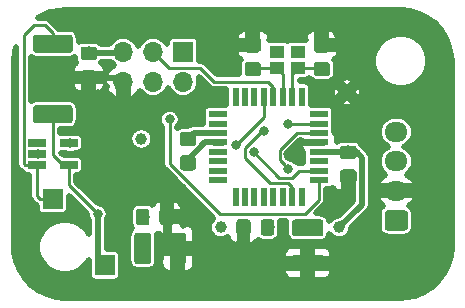
<source format=gbr>
G04 #@! TF.GenerationSoftware,KiCad,Pcbnew,(5.1.4-0-10_14)*
G04 #@! TF.CreationDate,2020-02-11T17:38:49-05:00*
G04 #@! TF.ProjectId,Chinchou,4368696e-6368-46f7-952e-6b696361645f,rev?*
G04 #@! TF.SameCoordinates,Original*
G04 #@! TF.FileFunction,Copper,L1,Top*
G04 #@! TF.FilePolarity,Positive*
%FSLAX46Y46*%
G04 Gerber Fmt 4.6, Leading zero omitted, Abs format (unit mm)*
G04 Created by KiCad (PCBNEW (5.1.4-0-10_14)) date 2020-02-11 17:38:49*
%MOMM*%
%LPD*%
G04 APERTURE LIST*
%ADD10R,1.560000X0.650000*%
%ADD11C,0.100000*%
%ADD12C,1.525000*%
%ADD13R,1.700000X1.700000*%
%ADD14O,1.950000X1.700000*%
%ADD15C,1.700000*%
%ADD16R,0.550000X1.600000*%
%ADD17R,1.600000X0.550000*%
%ADD18C,1.000000*%
%ADD19R,1.150000X1.000000*%
%ADD20C,1.425000*%
%ADD21C,1.150000*%
%ADD22O,1.700000X1.700000*%
%ADD23C,0.800000*%
%ADD24C,0.508000*%
%ADD25C,0.762000*%
%ADD26C,0.635000*%
%ADD27C,0.250000*%
G04 APERTURE END LIST*
D10*
X17860000Y-24450000D03*
X17860000Y-26350000D03*
X15160000Y-26350000D03*
X15160000Y-25400000D03*
X15160000Y-24450000D03*
D11*
G36*
X17959505Y-15301204D02*
G01*
X17983773Y-15304804D01*
X18007572Y-15310765D01*
X18030671Y-15319030D01*
X18052850Y-15329520D01*
X18073893Y-15342132D01*
X18093599Y-15356747D01*
X18111777Y-15373223D01*
X18128253Y-15391401D01*
X18142868Y-15411107D01*
X18155480Y-15432150D01*
X18165970Y-15454329D01*
X18174235Y-15477428D01*
X18180196Y-15501227D01*
X18183796Y-15525495D01*
X18185000Y-15549999D01*
X18185000Y-16575001D01*
X18183796Y-16599505D01*
X18180196Y-16623773D01*
X18174235Y-16647572D01*
X18165970Y-16670671D01*
X18155480Y-16692850D01*
X18142868Y-16713893D01*
X18128253Y-16733599D01*
X18111777Y-16751777D01*
X18093599Y-16768253D01*
X18073893Y-16782868D01*
X18052850Y-16795480D01*
X18030671Y-16805970D01*
X18007572Y-16814235D01*
X17983773Y-16820196D01*
X17959505Y-16823796D01*
X17935001Y-16825000D01*
X15084999Y-16825000D01*
X15060495Y-16823796D01*
X15036227Y-16820196D01*
X15012428Y-16814235D01*
X14989329Y-16805970D01*
X14967150Y-16795480D01*
X14946107Y-16782868D01*
X14926401Y-16768253D01*
X14908223Y-16751777D01*
X14891747Y-16733599D01*
X14877132Y-16713893D01*
X14864520Y-16692850D01*
X14854030Y-16670671D01*
X14845765Y-16647572D01*
X14839804Y-16623773D01*
X14836204Y-16599505D01*
X14835000Y-16575001D01*
X14835000Y-15549999D01*
X14836204Y-15525495D01*
X14839804Y-15501227D01*
X14845765Y-15477428D01*
X14854030Y-15454329D01*
X14864520Y-15432150D01*
X14877132Y-15411107D01*
X14891747Y-15391401D01*
X14908223Y-15373223D01*
X14926401Y-15356747D01*
X14946107Y-15342132D01*
X14967150Y-15329520D01*
X14989329Y-15319030D01*
X15012428Y-15310765D01*
X15036227Y-15304804D01*
X15060495Y-15301204D01*
X15084999Y-15300000D01*
X17935001Y-15300000D01*
X17959505Y-15301204D01*
X17959505Y-15301204D01*
G37*
D12*
X16510000Y-16062500D03*
D11*
G36*
X17959505Y-21276204D02*
G01*
X17983773Y-21279804D01*
X18007572Y-21285765D01*
X18030671Y-21294030D01*
X18052850Y-21304520D01*
X18073893Y-21317132D01*
X18093599Y-21331747D01*
X18111777Y-21348223D01*
X18128253Y-21366401D01*
X18142868Y-21386107D01*
X18155480Y-21407150D01*
X18165970Y-21429329D01*
X18174235Y-21452428D01*
X18180196Y-21476227D01*
X18183796Y-21500495D01*
X18185000Y-21524999D01*
X18185000Y-22550001D01*
X18183796Y-22574505D01*
X18180196Y-22598773D01*
X18174235Y-22622572D01*
X18165970Y-22645671D01*
X18155480Y-22667850D01*
X18142868Y-22688893D01*
X18128253Y-22708599D01*
X18111777Y-22726777D01*
X18093599Y-22743253D01*
X18073893Y-22757868D01*
X18052850Y-22770480D01*
X18030671Y-22780970D01*
X18007572Y-22789235D01*
X17983773Y-22795196D01*
X17959505Y-22798796D01*
X17935001Y-22800000D01*
X15084999Y-22800000D01*
X15060495Y-22798796D01*
X15036227Y-22795196D01*
X15012428Y-22789235D01*
X14989329Y-22780970D01*
X14967150Y-22770480D01*
X14946107Y-22757868D01*
X14926401Y-22743253D01*
X14908223Y-22726777D01*
X14891747Y-22708599D01*
X14877132Y-22688893D01*
X14864520Y-22667850D01*
X14854030Y-22645671D01*
X14845765Y-22622572D01*
X14839804Y-22598773D01*
X14836204Y-22574505D01*
X14835000Y-22550001D01*
X14835000Y-21524999D01*
X14836204Y-21500495D01*
X14839804Y-21476227D01*
X14845765Y-21452428D01*
X14854030Y-21429329D01*
X14864520Y-21407150D01*
X14877132Y-21386107D01*
X14891747Y-21366401D01*
X14908223Y-21348223D01*
X14926401Y-21331747D01*
X14946107Y-21317132D01*
X14967150Y-21304520D01*
X14989329Y-21294030D01*
X15012428Y-21285765D01*
X15036227Y-21279804D01*
X15060495Y-21276204D01*
X15084999Y-21275000D01*
X17935001Y-21275000D01*
X17959505Y-21276204D01*
X17959505Y-21276204D01*
G37*
D12*
X16510000Y-22037500D03*
D13*
X20940000Y-34840000D03*
X16510000Y-29210000D03*
D14*
X45593000Y-23535000D03*
X45593000Y-26035000D03*
X45593000Y-28535000D03*
D11*
G36*
X46342504Y-30186204D02*
G01*
X46366773Y-30189804D01*
X46390571Y-30195765D01*
X46413671Y-30204030D01*
X46435849Y-30214520D01*
X46456893Y-30227133D01*
X46476598Y-30241747D01*
X46494777Y-30258223D01*
X46511253Y-30276402D01*
X46525867Y-30296107D01*
X46538480Y-30317151D01*
X46548970Y-30339329D01*
X46557235Y-30362429D01*
X46563196Y-30386227D01*
X46566796Y-30410496D01*
X46568000Y-30435000D01*
X46568000Y-31635000D01*
X46566796Y-31659504D01*
X46563196Y-31683773D01*
X46557235Y-31707571D01*
X46548970Y-31730671D01*
X46538480Y-31752849D01*
X46525867Y-31773893D01*
X46511253Y-31793598D01*
X46494777Y-31811777D01*
X46476598Y-31828253D01*
X46456893Y-31842867D01*
X46435849Y-31855480D01*
X46413671Y-31865970D01*
X46390571Y-31874235D01*
X46366773Y-31880196D01*
X46342504Y-31883796D01*
X46318000Y-31885000D01*
X44868000Y-31885000D01*
X44843496Y-31883796D01*
X44819227Y-31880196D01*
X44795429Y-31874235D01*
X44772329Y-31865970D01*
X44750151Y-31855480D01*
X44729107Y-31842867D01*
X44709402Y-31828253D01*
X44691223Y-31811777D01*
X44674747Y-31793598D01*
X44660133Y-31773893D01*
X44647520Y-31752849D01*
X44637030Y-31730671D01*
X44628765Y-31707571D01*
X44622804Y-31683773D01*
X44619204Y-31659504D01*
X44618000Y-31635000D01*
X44618000Y-30435000D01*
X44619204Y-30410496D01*
X44622804Y-30386227D01*
X44628765Y-30362429D01*
X44637030Y-30339329D01*
X44647520Y-30317151D01*
X44660133Y-30296107D01*
X44674747Y-30276402D01*
X44691223Y-30258223D01*
X44709402Y-30241747D01*
X44729107Y-30227133D01*
X44750151Y-30214520D01*
X44772329Y-30204030D01*
X44795429Y-30195765D01*
X44819227Y-30189804D01*
X44843496Y-30186204D01*
X44868000Y-30185000D01*
X46318000Y-30185000D01*
X46342504Y-30186204D01*
X46342504Y-30186204D01*
G37*
D15*
X45593000Y-31035000D03*
D16*
X37579000Y-29074000D03*
X36779000Y-29074000D03*
X35979000Y-29074000D03*
X35179000Y-29074000D03*
X34379000Y-29074000D03*
X33579000Y-29074000D03*
X32779000Y-29074000D03*
X31979000Y-29074000D03*
D17*
X30529000Y-27624000D03*
X30529000Y-26824000D03*
X30529000Y-26024000D03*
X30529000Y-25224000D03*
X30529000Y-24424000D03*
X30529000Y-23624000D03*
X30529000Y-22824000D03*
X30529000Y-22024000D03*
D16*
X31979000Y-20574000D03*
X32779000Y-20574000D03*
X33579000Y-20574000D03*
X34379000Y-20574000D03*
X35179000Y-20574000D03*
X35979000Y-20574000D03*
X36779000Y-20574000D03*
X37579000Y-20574000D03*
D17*
X39029000Y-22024000D03*
X39029000Y-22824000D03*
X39029000Y-23624000D03*
X39029000Y-24424000D03*
X39029000Y-25224000D03*
X39029000Y-26024000D03*
X39029000Y-26824000D03*
X39029000Y-27624000D03*
D18*
X24003000Y-24130000D03*
D19*
X35497800Y-16749800D03*
X37247800Y-16749800D03*
X37247800Y-18149800D03*
X35497800Y-18149800D03*
D11*
G36*
X39199504Y-33923204D02*
G01*
X39223773Y-33926804D01*
X39247571Y-33932765D01*
X39270671Y-33941030D01*
X39292849Y-33951520D01*
X39313893Y-33964133D01*
X39333598Y-33978747D01*
X39351777Y-33995223D01*
X39368253Y-34013402D01*
X39382867Y-34033107D01*
X39395480Y-34054151D01*
X39405970Y-34076329D01*
X39414235Y-34099429D01*
X39420196Y-34123227D01*
X39423796Y-34147496D01*
X39425000Y-34172000D01*
X39425000Y-35097000D01*
X39423796Y-35121504D01*
X39420196Y-35145773D01*
X39414235Y-35169571D01*
X39405970Y-35192671D01*
X39395480Y-35214849D01*
X39382867Y-35235893D01*
X39368253Y-35255598D01*
X39351777Y-35273777D01*
X39333598Y-35290253D01*
X39313893Y-35304867D01*
X39292849Y-35317480D01*
X39270671Y-35327970D01*
X39247571Y-35336235D01*
X39223773Y-35342196D01*
X39199504Y-35345796D01*
X39175000Y-35347000D01*
X37025000Y-35347000D01*
X37000496Y-35345796D01*
X36976227Y-35342196D01*
X36952429Y-35336235D01*
X36929329Y-35327970D01*
X36907151Y-35317480D01*
X36886107Y-35304867D01*
X36866402Y-35290253D01*
X36848223Y-35273777D01*
X36831747Y-35255598D01*
X36817133Y-35235893D01*
X36804520Y-35214849D01*
X36794030Y-35192671D01*
X36785765Y-35169571D01*
X36779804Y-35145773D01*
X36776204Y-35121504D01*
X36775000Y-35097000D01*
X36775000Y-34172000D01*
X36776204Y-34147496D01*
X36779804Y-34123227D01*
X36785765Y-34099429D01*
X36794030Y-34076329D01*
X36804520Y-34054151D01*
X36817133Y-34033107D01*
X36831747Y-34013402D01*
X36848223Y-33995223D01*
X36866402Y-33978747D01*
X36886107Y-33964133D01*
X36907151Y-33951520D01*
X36929329Y-33941030D01*
X36952429Y-33932765D01*
X36976227Y-33926804D01*
X37000496Y-33923204D01*
X37025000Y-33922000D01*
X39175000Y-33922000D01*
X39199504Y-33923204D01*
X39199504Y-33923204D01*
G37*
D20*
X38100000Y-34634500D03*
D11*
G36*
X39199504Y-30948204D02*
G01*
X39223773Y-30951804D01*
X39247571Y-30957765D01*
X39270671Y-30966030D01*
X39292849Y-30976520D01*
X39313893Y-30989133D01*
X39333598Y-31003747D01*
X39351777Y-31020223D01*
X39368253Y-31038402D01*
X39382867Y-31058107D01*
X39395480Y-31079151D01*
X39405970Y-31101329D01*
X39414235Y-31124429D01*
X39420196Y-31148227D01*
X39423796Y-31172496D01*
X39425000Y-31197000D01*
X39425000Y-32122000D01*
X39423796Y-32146504D01*
X39420196Y-32170773D01*
X39414235Y-32194571D01*
X39405970Y-32217671D01*
X39395480Y-32239849D01*
X39382867Y-32260893D01*
X39368253Y-32280598D01*
X39351777Y-32298777D01*
X39333598Y-32315253D01*
X39313893Y-32329867D01*
X39292849Y-32342480D01*
X39270671Y-32352970D01*
X39247571Y-32361235D01*
X39223773Y-32367196D01*
X39199504Y-32370796D01*
X39175000Y-32372000D01*
X37025000Y-32372000D01*
X37000496Y-32370796D01*
X36976227Y-32367196D01*
X36952429Y-32361235D01*
X36929329Y-32352970D01*
X36907151Y-32342480D01*
X36886107Y-32329867D01*
X36866402Y-32315253D01*
X36848223Y-32298777D01*
X36831747Y-32280598D01*
X36817133Y-32260893D01*
X36804520Y-32239849D01*
X36794030Y-32217671D01*
X36785765Y-32194571D01*
X36779804Y-32170773D01*
X36776204Y-32146504D01*
X36775000Y-32122000D01*
X36775000Y-31197000D01*
X36776204Y-31172496D01*
X36779804Y-31148227D01*
X36785765Y-31124429D01*
X36794030Y-31101329D01*
X36804520Y-31079151D01*
X36817133Y-31058107D01*
X36831747Y-31038402D01*
X36848223Y-31020223D01*
X36866402Y-31003747D01*
X36886107Y-30989133D01*
X36907151Y-30976520D01*
X36929329Y-30966030D01*
X36952429Y-30957765D01*
X36976227Y-30951804D01*
X37000496Y-30948204D01*
X37025000Y-30947000D01*
X39175000Y-30947000D01*
X39199504Y-30948204D01*
X39199504Y-30948204D01*
G37*
D20*
X38100000Y-31659500D03*
D11*
G36*
X27592004Y-32077204D02*
G01*
X27616273Y-32080804D01*
X27640071Y-32086765D01*
X27663171Y-32095030D01*
X27685349Y-32105520D01*
X27706393Y-32118133D01*
X27726098Y-32132747D01*
X27744277Y-32149223D01*
X27760753Y-32167402D01*
X27775367Y-32187107D01*
X27787980Y-32208151D01*
X27798470Y-32230329D01*
X27806735Y-32253429D01*
X27812696Y-32277227D01*
X27816296Y-32301496D01*
X27817500Y-32326000D01*
X27817500Y-34476000D01*
X27816296Y-34500504D01*
X27812696Y-34524773D01*
X27806735Y-34548571D01*
X27798470Y-34571671D01*
X27787980Y-34593849D01*
X27775367Y-34614893D01*
X27760753Y-34634598D01*
X27744277Y-34652777D01*
X27726098Y-34669253D01*
X27706393Y-34683867D01*
X27685349Y-34696480D01*
X27663171Y-34706970D01*
X27640071Y-34715235D01*
X27616273Y-34721196D01*
X27592004Y-34724796D01*
X27567500Y-34726000D01*
X26642500Y-34726000D01*
X26617996Y-34724796D01*
X26593727Y-34721196D01*
X26569929Y-34715235D01*
X26546829Y-34706970D01*
X26524651Y-34696480D01*
X26503607Y-34683867D01*
X26483902Y-34669253D01*
X26465723Y-34652777D01*
X26449247Y-34634598D01*
X26434633Y-34614893D01*
X26422020Y-34593849D01*
X26411530Y-34571671D01*
X26403265Y-34548571D01*
X26397304Y-34524773D01*
X26393704Y-34500504D01*
X26392500Y-34476000D01*
X26392500Y-32326000D01*
X26393704Y-32301496D01*
X26397304Y-32277227D01*
X26403265Y-32253429D01*
X26411530Y-32230329D01*
X26422020Y-32208151D01*
X26434633Y-32187107D01*
X26449247Y-32167402D01*
X26465723Y-32149223D01*
X26483902Y-32132747D01*
X26503607Y-32118133D01*
X26524651Y-32105520D01*
X26546829Y-32095030D01*
X26569929Y-32086765D01*
X26593727Y-32080804D01*
X26617996Y-32077204D01*
X26642500Y-32076000D01*
X27567500Y-32076000D01*
X27592004Y-32077204D01*
X27592004Y-32077204D01*
G37*
D20*
X27105000Y-33401000D03*
D11*
G36*
X24617004Y-32077204D02*
G01*
X24641273Y-32080804D01*
X24665071Y-32086765D01*
X24688171Y-32095030D01*
X24710349Y-32105520D01*
X24731393Y-32118133D01*
X24751098Y-32132747D01*
X24769277Y-32149223D01*
X24785753Y-32167402D01*
X24800367Y-32187107D01*
X24812980Y-32208151D01*
X24823470Y-32230329D01*
X24831735Y-32253429D01*
X24837696Y-32277227D01*
X24841296Y-32301496D01*
X24842500Y-32326000D01*
X24842500Y-34476000D01*
X24841296Y-34500504D01*
X24837696Y-34524773D01*
X24831735Y-34548571D01*
X24823470Y-34571671D01*
X24812980Y-34593849D01*
X24800367Y-34614893D01*
X24785753Y-34634598D01*
X24769277Y-34652777D01*
X24751098Y-34669253D01*
X24731393Y-34683867D01*
X24710349Y-34696480D01*
X24688171Y-34706970D01*
X24665071Y-34715235D01*
X24641273Y-34721196D01*
X24617004Y-34724796D01*
X24592500Y-34726000D01*
X23667500Y-34726000D01*
X23642996Y-34724796D01*
X23618727Y-34721196D01*
X23594929Y-34715235D01*
X23571829Y-34706970D01*
X23549651Y-34696480D01*
X23528607Y-34683867D01*
X23508902Y-34669253D01*
X23490723Y-34652777D01*
X23474247Y-34634598D01*
X23459633Y-34614893D01*
X23447020Y-34593849D01*
X23436530Y-34571671D01*
X23428265Y-34548571D01*
X23422304Y-34524773D01*
X23418704Y-34500504D01*
X23417500Y-34476000D01*
X23417500Y-32326000D01*
X23418704Y-32301496D01*
X23422304Y-32277227D01*
X23428265Y-32253429D01*
X23436530Y-32230329D01*
X23447020Y-32208151D01*
X23459633Y-32187107D01*
X23474247Y-32167402D01*
X23490723Y-32149223D01*
X23508902Y-32132747D01*
X23528607Y-32118133D01*
X23549651Y-32105520D01*
X23571829Y-32095030D01*
X23594929Y-32086765D01*
X23618727Y-32080804D01*
X23642996Y-32077204D01*
X23667500Y-32076000D01*
X24592500Y-32076000D01*
X24617004Y-32077204D01*
X24617004Y-32077204D01*
G37*
D20*
X24130000Y-33401000D03*
D18*
X30734000Y-31623000D03*
X40767000Y-31623000D03*
X41402000Y-20193000D03*
D11*
G36*
X32988505Y-30924204D02*
G01*
X33012773Y-30927804D01*
X33036572Y-30933765D01*
X33059671Y-30942030D01*
X33081850Y-30952520D01*
X33102893Y-30965132D01*
X33122599Y-30979747D01*
X33140777Y-30996223D01*
X33157253Y-31014401D01*
X33171868Y-31034107D01*
X33184480Y-31055150D01*
X33194970Y-31077329D01*
X33203235Y-31100428D01*
X33209196Y-31124227D01*
X33212796Y-31148495D01*
X33214000Y-31172999D01*
X33214000Y-32073001D01*
X33212796Y-32097505D01*
X33209196Y-32121773D01*
X33203235Y-32145572D01*
X33194970Y-32168671D01*
X33184480Y-32190850D01*
X33171868Y-32211893D01*
X33157253Y-32231599D01*
X33140777Y-32249777D01*
X33122599Y-32266253D01*
X33102893Y-32280868D01*
X33081850Y-32293480D01*
X33059671Y-32303970D01*
X33036572Y-32312235D01*
X33012773Y-32318196D01*
X32988505Y-32321796D01*
X32964001Y-32323000D01*
X32313999Y-32323000D01*
X32289495Y-32321796D01*
X32265227Y-32318196D01*
X32241428Y-32312235D01*
X32218329Y-32303970D01*
X32196150Y-32293480D01*
X32175107Y-32280868D01*
X32155401Y-32266253D01*
X32137223Y-32249777D01*
X32120747Y-32231599D01*
X32106132Y-32211893D01*
X32093520Y-32190850D01*
X32083030Y-32168671D01*
X32074765Y-32145572D01*
X32068804Y-32121773D01*
X32065204Y-32097505D01*
X32064000Y-32073001D01*
X32064000Y-31172999D01*
X32065204Y-31148495D01*
X32068804Y-31124227D01*
X32074765Y-31100428D01*
X32083030Y-31077329D01*
X32093520Y-31055150D01*
X32106132Y-31034107D01*
X32120747Y-31014401D01*
X32137223Y-30996223D01*
X32155401Y-30979747D01*
X32175107Y-30965132D01*
X32196150Y-30952520D01*
X32218329Y-30942030D01*
X32241428Y-30933765D01*
X32265227Y-30927804D01*
X32289495Y-30924204D01*
X32313999Y-30923000D01*
X32964001Y-30923000D01*
X32988505Y-30924204D01*
X32988505Y-30924204D01*
G37*
D21*
X32639000Y-31623000D03*
D11*
G36*
X35038505Y-30924204D02*
G01*
X35062773Y-30927804D01*
X35086572Y-30933765D01*
X35109671Y-30942030D01*
X35131850Y-30952520D01*
X35152893Y-30965132D01*
X35172599Y-30979747D01*
X35190777Y-30996223D01*
X35207253Y-31014401D01*
X35221868Y-31034107D01*
X35234480Y-31055150D01*
X35244970Y-31077329D01*
X35253235Y-31100428D01*
X35259196Y-31124227D01*
X35262796Y-31148495D01*
X35264000Y-31172999D01*
X35264000Y-32073001D01*
X35262796Y-32097505D01*
X35259196Y-32121773D01*
X35253235Y-32145572D01*
X35244970Y-32168671D01*
X35234480Y-32190850D01*
X35221868Y-32211893D01*
X35207253Y-32231599D01*
X35190777Y-32249777D01*
X35172599Y-32266253D01*
X35152893Y-32280868D01*
X35131850Y-32293480D01*
X35109671Y-32303970D01*
X35086572Y-32312235D01*
X35062773Y-32318196D01*
X35038505Y-32321796D01*
X35014001Y-32323000D01*
X34363999Y-32323000D01*
X34339495Y-32321796D01*
X34315227Y-32318196D01*
X34291428Y-32312235D01*
X34268329Y-32303970D01*
X34246150Y-32293480D01*
X34225107Y-32280868D01*
X34205401Y-32266253D01*
X34187223Y-32249777D01*
X34170747Y-32231599D01*
X34156132Y-32211893D01*
X34143520Y-32190850D01*
X34133030Y-32168671D01*
X34124765Y-32145572D01*
X34118804Y-32121773D01*
X34115204Y-32097505D01*
X34114000Y-32073001D01*
X34114000Y-31172999D01*
X34115204Y-31148495D01*
X34118804Y-31124227D01*
X34124765Y-31100428D01*
X34133030Y-31077329D01*
X34143520Y-31055150D01*
X34156132Y-31034107D01*
X34170747Y-31014401D01*
X34187223Y-30996223D01*
X34205401Y-30979747D01*
X34225107Y-30965132D01*
X34246150Y-30952520D01*
X34268329Y-30942030D01*
X34291428Y-30933765D01*
X34315227Y-30927804D01*
X34339495Y-30924204D01*
X34363999Y-30923000D01*
X35014001Y-30923000D01*
X35038505Y-30924204D01*
X35038505Y-30924204D01*
G37*
D21*
X34689000Y-31623000D03*
D11*
G36*
X42003505Y-26740204D02*
G01*
X42027773Y-26743804D01*
X42051572Y-26749765D01*
X42074671Y-26758030D01*
X42096850Y-26768520D01*
X42117893Y-26781132D01*
X42137599Y-26795747D01*
X42155777Y-26812223D01*
X42172253Y-26830401D01*
X42186868Y-26850107D01*
X42199480Y-26871150D01*
X42209970Y-26893329D01*
X42218235Y-26916428D01*
X42224196Y-26940227D01*
X42227796Y-26964495D01*
X42229000Y-26988999D01*
X42229000Y-27639001D01*
X42227796Y-27663505D01*
X42224196Y-27687773D01*
X42218235Y-27711572D01*
X42209970Y-27734671D01*
X42199480Y-27756850D01*
X42186868Y-27777893D01*
X42172253Y-27797599D01*
X42155777Y-27815777D01*
X42137599Y-27832253D01*
X42117893Y-27846868D01*
X42096850Y-27859480D01*
X42074671Y-27869970D01*
X42051572Y-27878235D01*
X42027773Y-27884196D01*
X42003505Y-27887796D01*
X41979001Y-27889000D01*
X41078999Y-27889000D01*
X41054495Y-27887796D01*
X41030227Y-27884196D01*
X41006428Y-27878235D01*
X40983329Y-27869970D01*
X40961150Y-27859480D01*
X40940107Y-27846868D01*
X40920401Y-27832253D01*
X40902223Y-27815777D01*
X40885747Y-27797599D01*
X40871132Y-27777893D01*
X40858520Y-27756850D01*
X40848030Y-27734671D01*
X40839765Y-27711572D01*
X40833804Y-27687773D01*
X40830204Y-27663505D01*
X40829000Y-27639001D01*
X40829000Y-26988999D01*
X40830204Y-26964495D01*
X40833804Y-26940227D01*
X40839765Y-26916428D01*
X40848030Y-26893329D01*
X40858520Y-26871150D01*
X40871132Y-26850107D01*
X40885747Y-26830401D01*
X40902223Y-26812223D01*
X40920401Y-26795747D01*
X40940107Y-26781132D01*
X40961150Y-26768520D01*
X40983329Y-26758030D01*
X41006428Y-26749765D01*
X41030227Y-26743804D01*
X41054495Y-26740204D01*
X41078999Y-26739000D01*
X41979001Y-26739000D01*
X42003505Y-26740204D01*
X42003505Y-26740204D01*
G37*
D21*
X41529000Y-27314000D03*
D11*
G36*
X42003505Y-24690204D02*
G01*
X42027773Y-24693804D01*
X42051572Y-24699765D01*
X42074671Y-24708030D01*
X42096850Y-24718520D01*
X42117893Y-24731132D01*
X42137599Y-24745747D01*
X42155777Y-24762223D01*
X42172253Y-24780401D01*
X42186868Y-24800107D01*
X42199480Y-24821150D01*
X42209970Y-24843329D01*
X42218235Y-24866428D01*
X42224196Y-24890227D01*
X42227796Y-24914495D01*
X42229000Y-24938999D01*
X42229000Y-25589001D01*
X42227796Y-25613505D01*
X42224196Y-25637773D01*
X42218235Y-25661572D01*
X42209970Y-25684671D01*
X42199480Y-25706850D01*
X42186868Y-25727893D01*
X42172253Y-25747599D01*
X42155777Y-25765777D01*
X42137599Y-25782253D01*
X42117893Y-25796868D01*
X42096850Y-25809480D01*
X42074671Y-25819970D01*
X42051572Y-25828235D01*
X42027773Y-25834196D01*
X42003505Y-25837796D01*
X41979001Y-25839000D01*
X41078999Y-25839000D01*
X41054495Y-25837796D01*
X41030227Y-25834196D01*
X41006428Y-25828235D01*
X40983329Y-25819970D01*
X40961150Y-25809480D01*
X40940107Y-25796868D01*
X40920401Y-25782253D01*
X40902223Y-25765777D01*
X40885747Y-25747599D01*
X40871132Y-25727893D01*
X40858520Y-25706850D01*
X40848030Y-25684671D01*
X40839765Y-25661572D01*
X40833804Y-25637773D01*
X40830204Y-25613505D01*
X40829000Y-25589001D01*
X40829000Y-24938999D01*
X40830204Y-24914495D01*
X40833804Y-24890227D01*
X40839765Y-24866428D01*
X40848030Y-24843329D01*
X40858520Y-24821150D01*
X40871132Y-24800107D01*
X40885747Y-24780401D01*
X40902223Y-24762223D01*
X40920401Y-24745747D01*
X40940107Y-24731132D01*
X40961150Y-24718520D01*
X40983329Y-24708030D01*
X41006428Y-24699765D01*
X41030227Y-24693804D01*
X41054495Y-24690204D01*
X41078999Y-24689000D01*
X41979001Y-24689000D01*
X42003505Y-24690204D01*
X42003505Y-24690204D01*
G37*
D21*
X41529000Y-25264000D03*
D11*
G36*
X28414505Y-25606204D02*
G01*
X28438773Y-25609804D01*
X28462572Y-25615765D01*
X28485671Y-25624030D01*
X28507850Y-25634520D01*
X28528893Y-25647132D01*
X28548599Y-25661747D01*
X28566777Y-25678223D01*
X28583253Y-25696401D01*
X28597868Y-25716107D01*
X28610480Y-25737150D01*
X28620970Y-25759329D01*
X28629235Y-25782428D01*
X28635196Y-25806227D01*
X28638796Y-25830495D01*
X28640000Y-25854999D01*
X28640000Y-26505001D01*
X28638796Y-26529505D01*
X28635196Y-26553773D01*
X28629235Y-26577572D01*
X28620970Y-26600671D01*
X28610480Y-26622850D01*
X28597868Y-26643893D01*
X28583253Y-26663599D01*
X28566777Y-26681777D01*
X28548599Y-26698253D01*
X28528893Y-26712868D01*
X28507850Y-26725480D01*
X28485671Y-26735970D01*
X28462572Y-26744235D01*
X28438773Y-26750196D01*
X28414505Y-26753796D01*
X28390001Y-26755000D01*
X27489999Y-26755000D01*
X27465495Y-26753796D01*
X27441227Y-26750196D01*
X27417428Y-26744235D01*
X27394329Y-26735970D01*
X27372150Y-26725480D01*
X27351107Y-26712868D01*
X27331401Y-26698253D01*
X27313223Y-26681777D01*
X27296747Y-26663599D01*
X27282132Y-26643893D01*
X27269520Y-26622850D01*
X27259030Y-26600671D01*
X27250765Y-26577572D01*
X27244804Y-26553773D01*
X27241204Y-26529505D01*
X27240000Y-26505001D01*
X27240000Y-25854999D01*
X27241204Y-25830495D01*
X27244804Y-25806227D01*
X27250765Y-25782428D01*
X27259030Y-25759329D01*
X27269520Y-25737150D01*
X27282132Y-25716107D01*
X27296747Y-25696401D01*
X27313223Y-25678223D01*
X27331401Y-25661747D01*
X27351107Y-25647132D01*
X27372150Y-25634520D01*
X27394329Y-25624030D01*
X27417428Y-25615765D01*
X27441227Y-25609804D01*
X27465495Y-25606204D01*
X27489999Y-25605000D01*
X28390001Y-25605000D01*
X28414505Y-25606204D01*
X28414505Y-25606204D01*
G37*
D21*
X27940000Y-26180000D03*
D11*
G36*
X28414505Y-23556204D02*
G01*
X28438773Y-23559804D01*
X28462572Y-23565765D01*
X28485671Y-23574030D01*
X28507850Y-23584520D01*
X28528893Y-23597132D01*
X28548599Y-23611747D01*
X28566777Y-23628223D01*
X28583253Y-23646401D01*
X28597868Y-23666107D01*
X28610480Y-23687150D01*
X28620970Y-23709329D01*
X28629235Y-23732428D01*
X28635196Y-23756227D01*
X28638796Y-23780495D01*
X28640000Y-23804999D01*
X28640000Y-24455001D01*
X28638796Y-24479505D01*
X28635196Y-24503773D01*
X28629235Y-24527572D01*
X28620970Y-24550671D01*
X28610480Y-24572850D01*
X28597868Y-24593893D01*
X28583253Y-24613599D01*
X28566777Y-24631777D01*
X28548599Y-24648253D01*
X28528893Y-24662868D01*
X28507850Y-24675480D01*
X28485671Y-24685970D01*
X28462572Y-24694235D01*
X28438773Y-24700196D01*
X28414505Y-24703796D01*
X28390001Y-24705000D01*
X27489999Y-24705000D01*
X27465495Y-24703796D01*
X27441227Y-24700196D01*
X27417428Y-24694235D01*
X27394329Y-24685970D01*
X27372150Y-24675480D01*
X27351107Y-24662868D01*
X27331401Y-24648253D01*
X27313223Y-24631777D01*
X27296747Y-24613599D01*
X27282132Y-24593893D01*
X27269520Y-24572850D01*
X27259030Y-24550671D01*
X27250765Y-24527572D01*
X27244804Y-24503773D01*
X27241204Y-24479505D01*
X27240000Y-24455001D01*
X27240000Y-23804999D01*
X27241204Y-23780495D01*
X27244804Y-23756227D01*
X27250765Y-23732428D01*
X27259030Y-23709329D01*
X27269520Y-23687150D01*
X27282132Y-23666107D01*
X27296747Y-23646401D01*
X27313223Y-23628223D01*
X27331401Y-23611747D01*
X27351107Y-23597132D01*
X27372150Y-23584520D01*
X27394329Y-23574030D01*
X27417428Y-23565765D01*
X27441227Y-23559804D01*
X27465495Y-23556204D01*
X27489999Y-23555000D01*
X28390001Y-23555000D01*
X28414505Y-23556204D01*
X28414505Y-23556204D01*
G37*
D21*
X27940000Y-24130000D03*
D11*
G36*
X20032505Y-18358204D02*
G01*
X20056773Y-18361804D01*
X20080572Y-18367765D01*
X20103671Y-18376030D01*
X20125850Y-18386520D01*
X20146893Y-18399132D01*
X20166599Y-18413747D01*
X20184777Y-18430223D01*
X20201253Y-18448401D01*
X20215868Y-18468107D01*
X20228480Y-18489150D01*
X20238970Y-18511329D01*
X20247235Y-18534428D01*
X20253196Y-18558227D01*
X20256796Y-18582495D01*
X20258000Y-18606999D01*
X20258000Y-19257001D01*
X20256796Y-19281505D01*
X20253196Y-19305773D01*
X20247235Y-19329572D01*
X20238970Y-19352671D01*
X20228480Y-19374850D01*
X20215868Y-19395893D01*
X20201253Y-19415599D01*
X20184777Y-19433777D01*
X20166599Y-19450253D01*
X20146893Y-19464868D01*
X20125850Y-19477480D01*
X20103671Y-19487970D01*
X20080572Y-19496235D01*
X20056773Y-19502196D01*
X20032505Y-19505796D01*
X20008001Y-19507000D01*
X19107999Y-19507000D01*
X19083495Y-19505796D01*
X19059227Y-19502196D01*
X19035428Y-19496235D01*
X19012329Y-19487970D01*
X18990150Y-19477480D01*
X18969107Y-19464868D01*
X18949401Y-19450253D01*
X18931223Y-19433777D01*
X18914747Y-19415599D01*
X18900132Y-19395893D01*
X18887520Y-19374850D01*
X18877030Y-19352671D01*
X18868765Y-19329572D01*
X18862804Y-19305773D01*
X18859204Y-19281505D01*
X18858000Y-19257001D01*
X18858000Y-18606999D01*
X18859204Y-18582495D01*
X18862804Y-18558227D01*
X18868765Y-18534428D01*
X18877030Y-18511329D01*
X18887520Y-18489150D01*
X18900132Y-18468107D01*
X18914747Y-18448401D01*
X18931223Y-18430223D01*
X18949401Y-18413747D01*
X18969107Y-18399132D01*
X18990150Y-18386520D01*
X19012329Y-18376030D01*
X19035428Y-18367765D01*
X19059227Y-18361804D01*
X19083495Y-18358204D01*
X19107999Y-18357000D01*
X20008001Y-18357000D01*
X20032505Y-18358204D01*
X20032505Y-18358204D01*
G37*
D21*
X19558000Y-18932000D03*
D11*
G36*
X20032505Y-16308204D02*
G01*
X20056773Y-16311804D01*
X20080572Y-16317765D01*
X20103671Y-16326030D01*
X20125850Y-16336520D01*
X20146893Y-16349132D01*
X20166599Y-16363747D01*
X20184777Y-16380223D01*
X20201253Y-16398401D01*
X20215868Y-16418107D01*
X20228480Y-16439150D01*
X20238970Y-16461329D01*
X20247235Y-16484428D01*
X20253196Y-16508227D01*
X20256796Y-16532495D01*
X20258000Y-16556999D01*
X20258000Y-17207001D01*
X20256796Y-17231505D01*
X20253196Y-17255773D01*
X20247235Y-17279572D01*
X20238970Y-17302671D01*
X20228480Y-17324850D01*
X20215868Y-17345893D01*
X20201253Y-17365599D01*
X20184777Y-17383777D01*
X20166599Y-17400253D01*
X20146893Y-17414868D01*
X20125850Y-17427480D01*
X20103671Y-17437970D01*
X20080572Y-17446235D01*
X20056773Y-17452196D01*
X20032505Y-17455796D01*
X20008001Y-17457000D01*
X19107999Y-17457000D01*
X19083495Y-17455796D01*
X19059227Y-17452196D01*
X19035428Y-17446235D01*
X19012329Y-17437970D01*
X18990150Y-17427480D01*
X18969107Y-17414868D01*
X18949401Y-17400253D01*
X18931223Y-17383777D01*
X18914747Y-17365599D01*
X18900132Y-17345893D01*
X18887520Y-17324850D01*
X18877030Y-17302671D01*
X18868765Y-17279572D01*
X18862804Y-17255773D01*
X18859204Y-17231505D01*
X18858000Y-17207001D01*
X18858000Y-16556999D01*
X18859204Y-16532495D01*
X18862804Y-16508227D01*
X18868765Y-16484428D01*
X18877030Y-16461329D01*
X18887520Y-16439150D01*
X18900132Y-16418107D01*
X18914747Y-16398401D01*
X18931223Y-16380223D01*
X18949401Y-16363747D01*
X18969107Y-16349132D01*
X18990150Y-16336520D01*
X19012329Y-16326030D01*
X19035428Y-16317765D01*
X19059227Y-16311804D01*
X19083495Y-16308204D01*
X19107999Y-16307000D01*
X20008001Y-16307000D01*
X20032505Y-16308204D01*
X20032505Y-16308204D01*
G37*
D21*
X19558000Y-16882000D03*
D11*
G36*
X33926305Y-15588004D02*
G01*
X33950573Y-15591604D01*
X33974372Y-15597565D01*
X33997471Y-15605830D01*
X34019650Y-15616320D01*
X34040693Y-15628932D01*
X34060399Y-15643547D01*
X34078577Y-15660023D01*
X34095053Y-15678201D01*
X34109668Y-15697907D01*
X34122280Y-15718950D01*
X34132770Y-15741129D01*
X34141035Y-15764228D01*
X34146996Y-15788027D01*
X34150596Y-15812295D01*
X34151800Y-15836799D01*
X34151800Y-16486801D01*
X34150596Y-16511305D01*
X34146996Y-16535573D01*
X34141035Y-16559372D01*
X34132770Y-16582471D01*
X34122280Y-16604650D01*
X34109668Y-16625693D01*
X34095053Y-16645399D01*
X34078577Y-16663577D01*
X34060399Y-16680053D01*
X34040693Y-16694668D01*
X34019650Y-16707280D01*
X33997471Y-16717770D01*
X33974372Y-16726035D01*
X33950573Y-16731996D01*
X33926305Y-16735596D01*
X33901801Y-16736800D01*
X33001799Y-16736800D01*
X32977295Y-16735596D01*
X32953027Y-16731996D01*
X32929228Y-16726035D01*
X32906129Y-16717770D01*
X32883950Y-16707280D01*
X32862907Y-16694668D01*
X32843201Y-16680053D01*
X32825023Y-16663577D01*
X32808547Y-16645399D01*
X32793932Y-16625693D01*
X32781320Y-16604650D01*
X32770830Y-16582471D01*
X32762565Y-16559372D01*
X32756604Y-16535573D01*
X32753004Y-16511305D01*
X32751800Y-16486801D01*
X32751800Y-15836799D01*
X32753004Y-15812295D01*
X32756604Y-15788027D01*
X32762565Y-15764228D01*
X32770830Y-15741129D01*
X32781320Y-15718950D01*
X32793932Y-15697907D01*
X32808547Y-15678201D01*
X32825023Y-15660023D01*
X32843201Y-15643547D01*
X32862907Y-15628932D01*
X32883950Y-15616320D01*
X32906129Y-15605830D01*
X32929228Y-15597565D01*
X32953027Y-15591604D01*
X32977295Y-15588004D01*
X33001799Y-15586800D01*
X33901801Y-15586800D01*
X33926305Y-15588004D01*
X33926305Y-15588004D01*
G37*
D21*
X33451800Y-16161800D03*
D11*
G36*
X33926305Y-17638004D02*
G01*
X33950573Y-17641604D01*
X33974372Y-17647565D01*
X33997471Y-17655830D01*
X34019650Y-17666320D01*
X34040693Y-17678932D01*
X34060399Y-17693547D01*
X34078577Y-17710023D01*
X34095053Y-17728201D01*
X34109668Y-17747907D01*
X34122280Y-17768950D01*
X34132770Y-17791129D01*
X34141035Y-17814228D01*
X34146996Y-17838027D01*
X34150596Y-17862295D01*
X34151800Y-17886799D01*
X34151800Y-18536801D01*
X34150596Y-18561305D01*
X34146996Y-18585573D01*
X34141035Y-18609372D01*
X34132770Y-18632471D01*
X34122280Y-18654650D01*
X34109668Y-18675693D01*
X34095053Y-18695399D01*
X34078577Y-18713577D01*
X34060399Y-18730053D01*
X34040693Y-18744668D01*
X34019650Y-18757280D01*
X33997471Y-18767770D01*
X33974372Y-18776035D01*
X33950573Y-18781996D01*
X33926305Y-18785596D01*
X33901801Y-18786800D01*
X33001799Y-18786800D01*
X32977295Y-18785596D01*
X32953027Y-18781996D01*
X32929228Y-18776035D01*
X32906129Y-18767770D01*
X32883950Y-18757280D01*
X32862907Y-18744668D01*
X32843201Y-18730053D01*
X32825023Y-18713577D01*
X32808547Y-18695399D01*
X32793932Y-18675693D01*
X32781320Y-18654650D01*
X32770830Y-18632471D01*
X32762565Y-18609372D01*
X32756604Y-18585573D01*
X32753004Y-18561305D01*
X32751800Y-18536801D01*
X32751800Y-17886799D01*
X32753004Y-17862295D01*
X32756604Y-17838027D01*
X32762565Y-17814228D01*
X32770830Y-17791129D01*
X32781320Y-17768950D01*
X32793932Y-17747907D01*
X32808547Y-17728201D01*
X32825023Y-17710023D01*
X32843201Y-17693547D01*
X32862907Y-17678932D01*
X32883950Y-17666320D01*
X32906129Y-17655830D01*
X32929228Y-17647565D01*
X32953027Y-17641604D01*
X32977295Y-17638004D01*
X33001799Y-17636800D01*
X33901801Y-17636800D01*
X33926305Y-17638004D01*
X33926305Y-17638004D01*
G37*
D21*
X33451800Y-18211800D03*
D11*
G36*
X39768305Y-15588004D02*
G01*
X39792573Y-15591604D01*
X39816372Y-15597565D01*
X39839471Y-15605830D01*
X39861650Y-15616320D01*
X39882693Y-15628932D01*
X39902399Y-15643547D01*
X39920577Y-15660023D01*
X39937053Y-15678201D01*
X39951668Y-15697907D01*
X39964280Y-15718950D01*
X39974770Y-15741129D01*
X39983035Y-15764228D01*
X39988996Y-15788027D01*
X39992596Y-15812295D01*
X39993800Y-15836799D01*
X39993800Y-16486801D01*
X39992596Y-16511305D01*
X39988996Y-16535573D01*
X39983035Y-16559372D01*
X39974770Y-16582471D01*
X39964280Y-16604650D01*
X39951668Y-16625693D01*
X39937053Y-16645399D01*
X39920577Y-16663577D01*
X39902399Y-16680053D01*
X39882693Y-16694668D01*
X39861650Y-16707280D01*
X39839471Y-16717770D01*
X39816372Y-16726035D01*
X39792573Y-16731996D01*
X39768305Y-16735596D01*
X39743801Y-16736800D01*
X38843799Y-16736800D01*
X38819295Y-16735596D01*
X38795027Y-16731996D01*
X38771228Y-16726035D01*
X38748129Y-16717770D01*
X38725950Y-16707280D01*
X38704907Y-16694668D01*
X38685201Y-16680053D01*
X38667023Y-16663577D01*
X38650547Y-16645399D01*
X38635932Y-16625693D01*
X38623320Y-16604650D01*
X38612830Y-16582471D01*
X38604565Y-16559372D01*
X38598604Y-16535573D01*
X38595004Y-16511305D01*
X38593800Y-16486801D01*
X38593800Y-15836799D01*
X38595004Y-15812295D01*
X38598604Y-15788027D01*
X38604565Y-15764228D01*
X38612830Y-15741129D01*
X38623320Y-15718950D01*
X38635932Y-15697907D01*
X38650547Y-15678201D01*
X38667023Y-15660023D01*
X38685201Y-15643547D01*
X38704907Y-15628932D01*
X38725950Y-15616320D01*
X38748129Y-15605830D01*
X38771228Y-15597565D01*
X38795027Y-15591604D01*
X38819295Y-15588004D01*
X38843799Y-15586800D01*
X39743801Y-15586800D01*
X39768305Y-15588004D01*
X39768305Y-15588004D01*
G37*
D21*
X39293800Y-16161800D03*
D11*
G36*
X39768305Y-17638004D02*
G01*
X39792573Y-17641604D01*
X39816372Y-17647565D01*
X39839471Y-17655830D01*
X39861650Y-17666320D01*
X39882693Y-17678932D01*
X39902399Y-17693547D01*
X39920577Y-17710023D01*
X39937053Y-17728201D01*
X39951668Y-17747907D01*
X39964280Y-17768950D01*
X39974770Y-17791129D01*
X39983035Y-17814228D01*
X39988996Y-17838027D01*
X39992596Y-17862295D01*
X39993800Y-17886799D01*
X39993800Y-18536801D01*
X39992596Y-18561305D01*
X39988996Y-18585573D01*
X39983035Y-18609372D01*
X39974770Y-18632471D01*
X39964280Y-18654650D01*
X39951668Y-18675693D01*
X39937053Y-18695399D01*
X39920577Y-18713577D01*
X39902399Y-18730053D01*
X39882693Y-18744668D01*
X39861650Y-18757280D01*
X39839471Y-18767770D01*
X39816372Y-18776035D01*
X39792573Y-18781996D01*
X39768305Y-18785596D01*
X39743801Y-18786800D01*
X38843799Y-18786800D01*
X38819295Y-18785596D01*
X38795027Y-18781996D01*
X38771228Y-18776035D01*
X38748129Y-18767770D01*
X38725950Y-18757280D01*
X38704907Y-18744668D01*
X38685201Y-18730053D01*
X38667023Y-18713577D01*
X38650547Y-18695399D01*
X38635932Y-18675693D01*
X38623320Y-18654650D01*
X38612830Y-18632471D01*
X38604565Y-18609372D01*
X38598604Y-18585573D01*
X38595004Y-18561305D01*
X38593800Y-18536801D01*
X38593800Y-17886799D01*
X38595004Y-17862295D01*
X38598604Y-17838027D01*
X38604565Y-17814228D01*
X38612830Y-17791129D01*
X38623320Y-17768950D01*
X38635932Y-17747907D01*
X38650547Y-17728201D01*
X38667023Y-17710023D01*
X38685201Y-17693547D01*
X38704907Y-17678932D01*
X38725950Y-17666320D01*
X38748129Y-17655830D01*
X38771228Y-17647565D01*
X38795027Y-17641604D01*
X38819295Y-17638004D01*
X38843799Y-17636800D01*
X39743801Y-17636800D01*
X39768305Y-17638004D01*
X39768305Y-17638004D01*
G37*
D21*
X39293800Y-18211800D03*
D11*
G36*
X26520505Y-30035204D02*
G01*
X26544773Y-30038804D01*
X26568572Y-30044765D01*
X26591671Y-30053030D01*
X26613850Y-30063520D01*
X26634893Y-30076132D01*
X26654599Y-30090747D01*
X26672777Y-30107223D01*
X26689253Y-30125401D01*
X26703868Y-30145107D01*
X26716480Y-30166150D01*
X26726970Y-30188329D01*
X26735235Y-30211428D01*
X26741196Y-30235227D01*
X26744796Y-30259495D01*
X26746000Y-30283999D01*
X26746000Y-31184001D01*
X26744796Y-31208505D01*
X26741196Y-31232773D01*
X26735235Y-31256572D01*
X26726970Y-31279671D01*
X26716480Y-31301850D01*
X26703868Y-31322893D01*
X26689253Y-31342599D01*
X26672777Y-31360777D01*
X26654599Y-31377253D01*
X26634893Y-31391868D01*
X26613850Y-31404480D01*
X26591671Y-31414970D01*
X26568572Y-31423235D01*
X26544773Y-31429196D01*
X26520505Y-31432796D01*
X26496001Y-31434000D01*
X25845999Y-31434000D01*
X25821495Y-31432796D01*
X25797227Y-31429196D01*
X25773428Y-31423235D01*
X25750329Y-31414970D01*
X25728150Y-31404480D01*
X25707107Y-31391868D01*
X25687401Y-31377253D01*
X25669223Y-31360777D01*
X25652747Y-31342599D01*
X25638132Y-31322893D01*
X25625520Y-31301850D01*
X25615030Y-31279671D01*
X25606765Y-31256572D01*
X25600804Y-31232773D01*
X25597204Y-31208505D01*
X25596000Y-31184001D01*
X25596000Y-30283999D01*
X25597204Y-30259495D01*
X25600804Y-30235227D01*
X25606765Y-30211428D01*
X25615030Y-30188329D01*
X25625520Y-30166150D01*
X25638132Y-30145107D01*
X25652747Y-30125401D01*
X25669223Y-30107223D01*
X25687401Y-30090747D01*
X25707107Y-30076132D01*
X25728150Y-30063520D01*
X25750329Y-30053030D01*
X25773428Y-30044765D01*
X25797227Y-30038804D01*
X25821495Y-30035204D01*
X25845999Y-30034000D01*
X26496001Y-30034000D01*
X26520505Y-30035204D01*
X26520505Y-30035204D01*
G37*
D21*
X26171000Y-30734000D03*
D11*
G36*
X24470505Y-30035204D02*
G01*
X24494773Y-30038804D01*
X24518572Y-30044765D01*
X24541671Y-30053030D01*
X24563850Y-30063520D01*
X24584893Y-30076132D01*
X24604599Y-30090747D01*
X24622777Y-30107223D01*
X24639253Y-30125401D01*
X24653868Y-30145107D01*
X24666480Y-30166150D01*
X24676970Y-30188329D01*
X24685235Y-30211428D01*
X24691196Y-30235227D01*
X24694796Y-30259495D01*
X24696000Y-30283999D01*
X24696000Y-31184001D01*
X24694796Y-31208505D01*
X24691196Y-31232773D01*
X24685235Y-31256572D01*
X24676970Y-31279671D01*
X24666480Y-31301850D01*
X24653868Y-31322893D01*
X24639253Y-31342599D01*
X24622777Y-31360777D01*
X24604599Y-31377253D01*
X24584893Y-31391868D01*
X24563850Y-31404480D01*
X24541671Y-31414970D01*
X24518572Y-31423235D01*
X24494773Y-31429196D01*
X24470505Y-31432796D01*
X24446001Y-31434000D01*
X23795999Y-31434000D01*
X23771495Y-31432796D01*
X23747227Y-31429196D01*
X23723428Y-31423235D01*
X23700329Y-31414970D01*
X23678150Y-31404480D01*
X23657107Y-31391868D01*
X23637401Y-31377253D01*
X23619223Y-31360777D01*
X23602747Y-31342599D01*
X23588132Y-31322893D01*
X23575520Y-31301850D01*
X23565030Y-31279671D01*
X23556765Y-31256572D01*
X23550804Y-31232773D01*
X23547204Y-31208505D01*
X23546000Y-31184001D01*
X23546000Y-30283999D01*
X23547204Y-30259495D01*
X23550804Y-30235227D01*
X23556765Y-30211428D01*
X23565030Y-30188329D01*
X23575520Y-30166150D01*
X23588132Y-30145107D01*
X23602747Y-30125401D01*
X23619223Y-30107223D01*
X23637401Y-30090747D01*
X23657107Y-30076132D01*
X23678150Y-30063520D01*
X23700329Y-30053030D01*
X23723428Y-30044765D01*
X23747227Y-30038804D01*
X23771495Y-30035204D01*
X23795999Y-30034000D01*
X24446001Y-30034000D01*
X24470505Y-30035204D01*
X24470505Y-30035204D01*
G37*
D21*
X24121000Y-30734000D03*
D22*
X22479000Y-19304000D03*
X22479000Y-16764000D03*
X25019000Y-19304000D03*
X25019000Y-16764000D03*
X27559000Y-19304000D03*
D13*
X27559000Y-16764000D03*
D23*
X41402000Y-20193000D03*
X40767000Y-29337000D03*
X36449000Y-25400000D03*
X27940000Y-26162000D03*
X32639000Y-31623000D03*
X43180000Y-32512000D03*
X43561000Y-22860000D03*
X15240000Y-20320000D03*
X15240000Y-25400000D03*
X20320000Y-20320000D03*
X20320000Y-15240000D03*
X30480000Y-15240000D03*
X35560000Y-15240000D03*
X40640000Y-15240000D03*
X25000000Y-36500000D03*
X30480000Y-35560000D03*
X40640000Y-35560000D03*
X45720000Y-35560000D03*
X29083000Y-30099000D03*
X28321000Y-29210000D03*
X27432000Y-28321000D03*
X40767000Y-31623000D03*
X38100000Y-31623000D03*
X34671000Y-31623000D03*
X27940000Y-24130000D03*
X18000000Y-24500000D03*
X24130000Y-30734000D03*
X24130000Y-32766000D03*
X30734000Y-31623000D03*
X34417000Y-23495000D03*
X33528000Y-25273000D03*
X26416000Y-22479000D03*
X36449000Y-22860000D03*
X36449000Y-26670000D03*
X24003000Y-24130000D03*
X32004000Y-24638000D03*
X20320000Y-30480000D03*
D24*
X22107000Y-18932000D02*
X22479000Y-19304000D01*
X19558000Y-18932000D02*
X22107000Y-18932000D01*
D25*
X26171000Y-30734000D02*
X26171000Y-32467000D01*
D24*
X27940000Y-25920798D02*
X27940000Y-26180000D01*
X29436798Y-24424000D02*
X27940000Y-25920798D01*
X30529000Y-24424000D02*
X29436798Y-24424000D01*
X37425000Y-24424000D02*
X39029000Y-24424000D01*
X36449000Y-25400000D02*
X37425000Y-24424000D01*
D26*
X26171000Y-32467000D02*
X27105000Y-33401000D01*
D27*
X41489000Y-25224000D02*
X41529000Y-25264000D01*
D24*
X27940000Y-24130000D02*
X27940000Y-24130000D01*
X39069000Y-25264000D02*
X39029000Y-25224000D01*
X41529000Y-25264000D02*
X39069000Y-25264000D01*
X27940000Y-24130000D02*
X28446000Y-23624000D01*
X42229000Y-25264000D02*
X41529000Y-25264000D01*
X42683010Y-25718010D02*
X42229000Y-25264000D01*
X42683010Y-29706990D02*
X42683010Y-25718010D01*
X40767000Y-31623000D02*
X42683010Y-29706990D01*
X28446000Y-23624000D02*
X30529000Y-23624000D01*
D27*
X35979000Y-18631000D02*
X35497800Y-18149800D01*
X35979000Y-20574000D02*
X35979000Y-18631000D01*
X33513800Y-18149800D02*
X33451800Y-18211800D01*
X35497800Y-18149800D02*
X33513800Y-18149800D01*
X36779000Y-18618600D02*
X37247800Y-18149800D01*
X36779000Y-20574000D02*
X36779000Y-18618600D01*
X39231800Y-18149800D02*
X39293800Y-18211800D01*
X37247800Y-18149800D02*
X39231800Y-18149800D01*
D24*
X22361000Y-16882000D02*
X22479000Y-16764000D01*
X19558000Y-16882000D02*
X22361000Y-16882000D01*
D27*
X36779000Y-29074000D02*
X36779000Y-28213998D01*
X36410013Y-27845011D02*
X34900009Y-27845011D01*
X32802999Y-25748001D02*
X34900009Y-27845011D01*
X32802999Y-24924999D02*
X32802999Y-25748001D01*
X36779000Y-28213998D02*
X36410013Y-27845011D01*
X34232998Y-23495000D02*
X32802999Y-24924999D01*
X34417000Y-23495000D02*
X34232998Y-23495000D01*
X37368002Y-26824000D02*
X36797001Y-27395001D01*
X39029000Y-26824000D02*
X37368002Y-26824000D01*
X35650001Y-27395001D02*
X33528000Y-25273000D01*
X36797001Y-27395001D02*
X35650001Y-27395001D01*
X26383999Y-18128999D02*
X25019000Y-16764000D01*
X30164000Y-19304000D02*
X28988999Y-18128999D01*
X35179000Y-19713998D02*
X34769002Y-19304000D01*
X35179000Y-20574000D02*
X35179000Y-19713998D01*
X28988999Y-18128999D02*
X26383999Y-18128999D01*
X34769002Y-19304000D02*
X30164000Y-19304000D01*
X39029000Y-29284002D02*
X37833002Y-30480000D01*
X39029000Y-27624000D02*
X39029000Y-29284002D01*
X37833002Y-30480000D02*
X30734000Y-30480000D01*
X30651810Y-30480000D02*
X26416000Y-26244190D01*
X30734000Y-30480000D02*
X30651810Y-30480000D01*
X26416000Y-26244190D02*
X26416000Y-23241000D01*
X26416000Y-23241000D02*
X26416000Y-22987000D01*
X26416000Y-22479000D02*
X26416000Y-22479000D01*
X26416000Y-22987000D02*
X26416000Y-22479000D01*
X38993000Y-22860000D02*
X39029000Y-22824000D01*
X36449000Y-22860000D02*
X38993000Y-22860000D01*
X36049001Y-26270001D02*
X36449000Y-26670000D01*
X35723999Y-25051999D02*
X35723999Y-25944999D01*
X35723999Y-25944999D02*
X36049001Y-26270001D01*
X37151998Y-23624000D02*
X35723999Y-25051999D01*
X39029000Y-23624000D02*
X37151998Y-23624000D01*
X30476000Y-21971000D02*
X30529000Y-22024000D01*
X34379000Y-20574000D02*
X34379000Y-22263000D01*
X34379000Y-22263000D02*
X32004000Y-24638000D01*
X14130000Y-26350000D02*
X15160000Y-26350000D01*
X14054999Y-26274999D02*
X14130000Y-26350000D01*
X14891999Y-14514999D02*
X14054999Y-15351999D01*
X14054999Y-15351999D02*
X14054999Y-26274999D01*
X15824999Y-14514999D02*
X14891999Y-14514999D01*
X16510000Y-15200000D02*
X15824999Y-14514999D01*
X16510000Y-16062500D02*
X16510000Y-15200000D01*
X15160000Y-28960000D02*
X15410000Y-29210000D01*
X15410000Y-29210000D02*
X16510000Y-29210000D01*
X15160000Y-26350000D02*
X15160000Y-28960000D01*
X16510000Y-25455000D02*
X17405000Y-26350000D01*
X17405000Y-26350000D02*
X17860000Y-26350000D01*
X16510000Y-22037500D02*
X16510000Y-25455000D01*
X17860000Y-28020000D02*
X20320000Y-30480000D01*
X17860000Y-26350000D02*
X17860000Y-28020000D01*
D24*
X20320000Y-34220000D02*
X20940000Y-34840000D01*
X20320000Y-30480000D02*
X20320000Y-34220000D01*
G36*
X46755926Y-13307094D02*
G01*
X47511670Y-13520236D01*
X48215914Y-13867531D01*
X48845073Y-14337346D01*
X49378086Y-14913956D01*
X49797091Y-15578039D01*
X50088059Y-16307357D01*
X50243305Y-17087828D01*
X50267001Y-17539984D01*
X50267000Y-33249564D01*
X50192906Y-34055926D01*
X49979763Y-34811672D01*
X49632469Y-35515914D01*
X49162651Y-36145076D01*
X48586045Y-36678086D01*
X47921965Y-37097088D01*
X47192644Y-37388059D01*
X46412172Y-37543305D01*
X45960034Y-37567000D01*
X17550436Y-37567000D01*
X16744074Y-37492906D01*
X15988328Y-37279763D01*
X15284086Y-36932469D01*
X14654924Y-36462651D01*
X14121914Y-35886045D01*
X13702912Y-35221965D01*
X13411941Y-34492644D01*
X13256695Y-33712172D01*
X13233000Y-33260034D01*
X13233000Y-17550436D01*
X13307094Y-16744074D01*
X13421999Y-16336652D01*
X13422000Y-26243901D01*
X13418937Y-26274999D01*
X13431159Y-26399088D01*
X13467355Y-26518409D01*
X13526133Y-26628375D01*
X13584841Y-26699911D01*
X13605236Y-26724763D01*
X13629384Y-26744580D01*
X13660413Y-26775609D01*
X13680236Y-26799764D01*
X13776623Y-26878866D01*
X13886590Y-26937645D01*
X13955555Y-26958565D01*
X13955571Y-26958595D01*
X14019052Y-27035948D01*
X14096405Y-27099429D01*
X14184657Y-27146601D01*
X14280415Y-27175649D01*
X14380000Y-27185457D01*
X14527000Y-27185457D01*
X14527001Y-28928902D01*
X14523938Y-28960000D01*
X14536160Y-29084089D01*
X14572356Y-29203410D01*
X14631134Y-29313376D01*
X14648134Y-29334090D01*
X14710237Y-29409764D01*
X14734383Y-29429580D01*
X14940412Y-29635608D01*
X14960236Y-29659764D01*
X15056623Y-29738866D01*
X15149543Y-29788533D01*
X15149543Y-30060000D01*
X15159351Y-30159585D01*
X15188399Y-30255343D01*
X15235571Y-30343595D01*
X15299052Y-30420948D01*
X15376405Y-30484429D01*
X15464657Y-30531601D01*
X15560415Y-30560649D01*
X15660000Y-30570457D01*
X17360000Y-30570457D01*
X17459585Y-30560649D01*
X17555343Y-30531601D01*
X17643595Y-30484429D01*
X17720948Y-30420948D01*
X17784429Y-30343595D01*
X17831601Y-30255343D01*
X17860649Y-30159585D01*
X17870457Y-30060000D01*
X17870457Y-28925654D01*
X19412000Y-30467197D01*
X19412000Y-30569430D01*
X19446894Y-30744854D01*
X19515341Y-30910099D01*
X19558000Y-30973943D01*
X19558000Y-32139618D01*
X19327887Y-31795229D01*
X19004771Y-31472113D01*
X18624826Y-31218242D01*
X18202654Y-31043372D01*
X17754478Y-30954224D01*
X17297522Y-30954224D01*
X16849346Y-31043372D01*
X16427174Y-31218242D01*
X16047229Y-31472113D01*
X15724113Y-31795229D01*
X15470242Y-32175174D01*
X15295372Y-32597346D01*
X15206224Y-33045522D01*
X15206224Y-33502478D01*
X15295372Y-33950654D01*
X15470242Y-34372826D01*
X15724113Y-34752771D01*
X16047229Y-35075887D01*
X16427174Y-35329758D01*
X16849346Y-35504628D01*
X17297522Y-35593776D01*
X17754478Y-35593776D01*
X18202654Y-35504628D01*
X18624826Y-35329758D01*
X19004771Y-35075887D01*
X19327887Y-34752771D01*
X19573721Y-34384854D01*
X19579543Y-34404044D01*
X19579543Y-35690000D01*
X19589351Y-35789585D01*
X19618399Y-35885343D01*
X19665571Y-35973595D01*
X19729052Y-36050948D01*
X19806405Y-36114429D01*
X19894657Y-36161601D01*
X19990415Y-36190649D01*
X20090000Y-36200457D01*
X21790000Y-36200457D01*
X21889585Y-36190649D01*
X21985343Y-36161601D01*
X22073595Y-36114429D01*
X22150948Y-36050948D01*
X22214429Y-35973595D01*
X22261601Y-35885343D01*
X22290649Y-35789585D01*
X22300457Y-35690000D01*
X22300457Y-33990000D01*
X22290649Y-33890415D01*
X22261601Y-33794657D01*
X22214429Y-33706405D01*
X22150948Y-33629052D01*
X22073595Y-33565571D01*
X21985343Y-33518399D01*
X21889585Y-33489351D01*
X21790000Y-33479543D01*
X21082000Y-33479543D01*
X21082000Y-32326000D01*
X22907043Y-32326000D01*
X22907043Y-34476000D01*
X22921655Y-34624358D01*
X22964929Y-34767014D01*
X23035203Y-34898487D01*
X23129776Y-35013724D01*
X23245013Y-35108297D01*
X23376486Y-35178571D01*
X23519142Y-35221845D01*
X23667500Y-35236457D01*
X24592500Y-35236457D01*
X24740858Y-35221845D01*
X24883514Y-35178571D01*
X25014987Y-35108297D01*
X25130224Y-35013724D01*
X25224797Y-34898487D01*
X25295071Y-34767014D01*
X25307512Y-34726000D01*
X25626813Y-34726000D01*
X25641525Y-34875378D01*
X25685097Y-35019016D01*
X25755855Y-35151393D01*
X25851078Y-35267422D01*
X25967107Y-35362645D01*
X26099484Y-35433403D01*
X26243122Y-35476975D01*
X26392500Y-35491687D01*
X26533500Y-35488000D01*
X26724000Y-35297500D01*
X26724000Y-33782000D01*
X27486000Y-33782000D01*
X27486000Y-35297500D01*
X27676500Y-35488000D01*
X27817500Y-35491687D01*
X27966878Y-35476975D01*
X28110516Y-35433403D01*
X28242893Y-35362645D01*
X28261956Y-35347000D01*
X36009313Y-35347000D01*
X36024025Y-35496378D01*
X36067597Y-35640016D01*
X36138355Y-35772393D01*
X36233578Y-35888422D01*
X36349607Y-35983645D01*
X36481984Y-36054403D01*
X36625622Y-36097975D01*
X36775000Y-36112687D01*
X37528500Y-36109000D01*
X37719000Y-35918500D01*
X37719000Y-35015500D01*
X38481000Y-35015500D01*
X38481000Y-35918500D01*
X38671500Y-36109000D01*
X39425000Y-36112687D01*
X39574378Y-36097975D01*
X39718016Y-36054403D01*
X39850393Y-35983645D01*
X39966422Y-35888422D01*
X40061645Y-35772393D01*
X40132403Y-35640016D01*
X40175975Y-35496378D01*
X40190687Y-35347000D01*
X40187000Y-35206000D01*
X39996500Y-35015500D01*
X38481000Y-35015500D01*
X37719000Y-35015500D01*
X36203500Y-35015500D01*
X36013000Y-35206000D01*
X36009313Y-35347000D01*
X28261956Y-35347000D01*
X28358922Y-35267422D01*
X28454145Y-35151393D01*
X28524903Y-35019016D01*
X28568475Y-34875378D01*
X28583187Y-34726000D01*
X28579500Y-33972500D01*
X28529000Y-33922000D01*
X36009313Y-33922000D01*
X36013000Y-34063000D01*
X36203500Y-34253500D01*
X37719000Y-34253500D01*
X37719000Y-33350500D01*
X38481000Y-33350500D01*
X38481000Y-34253500D01*
X39996500Y-34253500D01*
X40187000Y-34063000D01*
X40190687Y-33922000D01*
X40175975Y-33772622D01*
X40132403Y-33628984D01*
X40061645Y-33496607D01*
X39966422Y-33380578D01*
X39850393Y-33285355D01*
X39718016Y-33214597D01*
X39574378Y-33171025D01*
X39425000Y-33156313D01*
X38671500Y-33160000D01*
X38481000Y-33350500D01*
X37719000Y-33350500D01*
X37528500Y-33160000D01*
X36775000Y-33156313D01*
X36625622Y-33171025D01*
X36481984Y-33214597D01*
X36349607Y-33285355D01*
X36233578Y-33380578D01*
X36138355Y-33496607D01*
X36067597Y-33628984D01*
X36024025Y-33772622D01*
X36009313Y-33922000D01*
X28529000Y-33922000D01*
X28389000Y-33782000D01*
X27486000Y-33782000D01*
X26724000Y-33782000D01*
X25821000Y-33782000D01*
X25630500Y-33972500D01*
X25626813Y-34726000D01*
X25307512Y-34726000D01*
X25338345Y-34624358D01*
X25352957Y-34476000D01*
X25352957Y-32326000D01*
X25338345Y-32177642D01*
X25329822Y-32149544D01*
X25446622Y-32184975D01*
X25596000Y-32199687D01*
X25627409Y-32197863D01*
X25630500Y-32829500D01*
X25821000Y-33020000D01*
X26724000Y-33020000D01*
X26724000Y-33000000D01*
X27486000Y-33000000D01*
X27486000Y-33020000D01*
X28389000Y-33020000D01*
X28579500Y-32829500D01*
X28583187Y-32076000D01*
X28568475Y-31926622D01*
X28524903Y-31782984D01*
X28454145Y-31650607D01*
X28358922Y-31534578D01*
X28242893Y-31439355D01*
X28110516Y-31368597D01*
X27966878Y-31325025D01*
X27817500Y-31310313D01*
X27676500Y-31314000D01*
X27506791Y-31483709D01*
X27511687Y-31434000D01*
X27508000Y-31305500D01*
X27317500Y-31115000D01*
X26492000Y-31115000D01*
X26492000Y-31135000D01*
X25850000Y-31135000D01*
X25850000Y-31115000D01*
X25770000Y-31115000D01*
X25770000Y-30353000D01*
X25850000Y-30353000D01*
X25850000Y-29462500D01*
X26492000Y-29462500D01*
X26492000Y-30353000D01*
X27317500Y-30353000D01*
X27508000Y-30162500D01*
X27511687Y-30034000D01*
X27496975Y-29884622D01*
X27453403Y-29740984D01*
X27382645Y-29608607D01*
X27287422Y-29492578D01*
X27171393Y-29397355D01*
X27039016Y-29326597D01*
X26895378Y-29283025D01*
X26746000Y-29268313D01*
X26682500Y-29272000D01*
X26492000Y-29462500D01*
X25850000Y-29462500D01*
X25659500Y-29272000D01*
X25596000Y-29268313D01*
X25446622Y-29283025D01*
X25302984Y-29326597D01*
X25170607Y-29397355D01*
X25054578Y-29492578D01*
X24959355Y-29608607D01*
X24915637Y-29690397D01*
X24868488Y-29651703D01*
X24737015Y-29581429D01*
X24594359Y-29538155D01*
X24446001Y-29523543D01*
X23795999Y-29523543D01*
X23647641Y-29538155D01*
X23504985Y-29581429D01*
X23373512Y-29651703D01*
X23258275Y-29746275D01*
X23163703Y-29861512D01*
X23093429Y-29992985D01*
X23050155Y-30135641D01*
X23035543Y-30283999D01*
X23035543Y-31184001D01*
X23050155Y-31332359D01*
X23093429Y-31475015D01*
X23163703Y-31606488D01*
X23239196Y-31698477D01*
X23129776Y-31788276D01*
X23035203Y-31903513D01*
X22964929Y-32034986D01*
X22921655Y-32177642D01*
X22907043Y-32326000D01*
X21082000Y-32326000D01*
X21082000Y-30973942D01*
X21124659Y-30910099D01*
X21193106Y-30744854D01*
X21228000Y-30569430D01*
X21228000Y-30390570D01*
X21193106Y-30215146D01*
X21124659Y-30049901D01*
X21025289Y-29901184D01*
X20898816Y-29774711D01*
X20750099Y-29675341D01*
X20584854Y-29606894D01*
X20409430Y-29572000D01*
X20307197Y-29572000D01*
X18493000Y-27757803D01*
X18493000Y-27185457D01*
X18640000Y-27185457D01*
X18739585Y-27175649D01*
X18835343Y-27146601D01*
X18923595Y-27099429D01*
X19000948Y-27035948D01*
X19064429Y-26958595D01*
X19111601Y-26870343D01*
X19140649Y-26774585D01*
X19150457Y-26675000D01*
X19150457Y-26025000D01*
X19140649Y-25925415D01*
X19111601Y-25829657D01*
X19064429Y-25741405D01*
X19000948Y-25664052D01*
X18923595Y-25600571D01*
X18835343Y-25553399D01*
X18739585Y-25524351D01*
X18640000Y-25514543D01*
X17464741Y-25514543D01*
X17235654Y-25285457D01*
X17541163Y-25285457D01*
X17569901Y-25304659D01*
X17735146Y-25373106D01*
X17910570Y-25408000D01*
X18089430Y-25408000D01*
X18264854Y-25373106D01*
X18430099Y-25304659D01*
X18458837Y-25285457D01*
X18640000Y-25285457D01*
X18739585Y-25275649D01*
X18835343Y-25246601D01*
X18923595Y-25199429D01*
X19000948Y-25135948D01*
X19064429Y-25058595D01*
X19111601Y-24970343D01*
X19140649Y-24874585D01*
X19150457Y-24775000D01*
X19150457Y-24125000D01*
X19141172Y-24030721D01*
X22995000Y-24030721D01*
X22995000Y-24229279D01*
X23033737Y-24424023D01*
X23109722Y-24607467D01*
X23220035Y-24772562D01*
X23360438Y-24912965D01*
X23525533Y-25023278D01*
X23708977Y-25099263D01*
X23903721Y-25138000D01*
X24102279Y-25138000D01*
X24297023Y-25099263D01*
X24480467Y-25023278D01*
X24645562Y-24912965D01*
X24785965Y-24772562D01*
X24896278Y-24607467D01*
X24972263Y-24424023D01*
X25011000Y-24229279D01*
X25011000Y-24030721D01*
X24972263Y-23835977D01*
X24896278Y-23652533D01*
X24785965Y-23487438D01*
X24645562Y-23347035D01*
X24480467Y-23236722D01*
X24297023Y-23160737D01*
X24102279Y-23122000D01*
X23903721Y-23122000D01*
X23708977Y-23160737D01*
X23525533Y-23236722D01*
X23360438Y-23347035D01*
X23220035Y-23487438D01*
X23109722Y-23652533D01*
X23033737Y-23835977D01*
X22995000Y-24030721D01*
X19141172Y-24030721D01*
X19140649Y-24025415D01*
X19111601Y-23929657D01*
X19064429Y-23841405D01*
X19000948Y-23764052D01*
X18923595Y-23700571D01*
X18835343Y-23653399D01*
X18739585Y-23624351D01*
X18640000Y-23614543D01*
X18202761Y-23614543D01*
X18089430Y-23592000D01*
X17910570Y-23592000D01*
X17797239Y-23614543D01*
X17143000Y-23614543D01*
X17143000Y-23310457D01*
X17935001Y-23310457D01*
X18083359Y-23295845D01*
X18226015Y-23252571D01*
X18357488Y-23182297D01*
X18472725Y-23087725D01*
X18567297Y-22972488D01*
X18637571Y-22841015D01*
X18680845Y-22698359D01*
X18695457Y-22550001D01*
X18695457Y-21524999D01*
X18680845Y-21376641D01*
X18637571Y-21233985D01*
X18567297Y-21102512D01*
X18472725Y-20987275D01*
X18357488Y-20892703D01*
X18226015Y-20822429D01*
X18083359Y-20779155D01*
X17935001Y-20764543D01*
X15084999Y-20764543D01*
X14936641Y-20779155D01*
X14793985Y-20822429D01*
X14687999Y-20879080D01*
X14687999Y-19507000D01*
X18092313Y-19507000D01*
X18107025Y-19656378D01*
X18150597Y-19800016D01*
X18221355Y-19932393D01*
X18316578Y-20048422D01*
X18432607Y-20143645D01*
X18564984Y-20214403D01*
X18708622Y-20257975D01*
X18858000Y-20272687D01*
X18986500Y-20269000D01*
X19177000Y-20078500D01*
X19177000Y-19253000D01*
X18286500Y-19253000D01*
X18096000Y-19443500D01*
X18092313Y-19507000D01*
X14687999Y-19507000D01*
X14687999Y-17220920D01*
X14793985Y-17277571D01*
X14936641Y-17320845D01*
X15084999Y-17335457D01*
X17935001Y-17335457D01*
X18083359Y-17320845D01*
X18226015Y-17277571D01*
X18348068Y-17212332D01*
X18362155Y-17355359D01*
X18405429Y-17498015D01*
X18475703Y-17629488D01*
X18514397Y-17676637D01*
X18432607Y-17720355D01*
X18316578Y-17815578D01*
X18221355Y-17931607D01*
X18150597Y-18063984D01*
X18107025Y-18207622D01*
X18092313Y-18357000D01*
X18096000Y-18420500D01*
X18286500Y-18611000D01*
X19177000Y-18611000D01*
X19177000Y-18531000D01*
X19939000Y-18531000D01*
X19939000Y-18611000D01*
X20829500Y-18611000D01*
X21020000Y-18420500D01*
X21023687Y-18357000D01*
X21008975Y-18207622D01*
X20965403Y-18063984D01*
X20894645Y-17931607D01*
X20799422Y-17815578D01*
X20683393Y-17720355D01*
X20601603Y-17676637D01*
X20628387Y-17644000D01*
X21444430Y-17644000D01*
X21514103Y-17728897D01*
X21714290Y-17893185D01*
X21587423Y-17960989D01*
X21342546Y-18160733D01*
X21141342Y-18404412D01*
X20991544Y-18682661D01*
X21103157Y-18922998D01*
X20867000Y-18922998D01*
X20867000Y-19290500D01*
X20829500Y-19253000D01*
X19939000Y-19253000D01*
X19939000Y-20078500D01*
X20129500Y-20269000D01*
X20258000Y-20272687D01*
X20407378Y-20257975D01*
X20551016Y-20214403D01*
X20683393Y-20143645D01*
X20799422Y-20048422D01*
X20894645Y-19932393D01*
X20965403Y-19800016D01*
X21000292Y-19685002D01*
X21103157Y-19685002D01*
X20991544Y-19925339D01*
X21141342Y-20203588D01*
X21342546Y-20447267D01*
X21587423Y-20647011D01*
X21857663Y-20791442D01*
X22098000Y-20673489D01*
X22098000Y-19685000D01*
X22078000Y-19685000D01*
X22078000Y-18923000D01*
X22098000Y-18923000D01*
X22098000Y-18903000D01*
X22860000Y-18903000D01*
X22860000Y-18923000D01*
X22880000Y-18923000D01*
X22880000Y-19685000D01*
X22860000Y-19685000D01*
X22860000Y-20673489D01*
X23100337Y-20791442D01*
X23370577Y-20647011D01*
X23615454Y-20447267D01*
X23816658Y-20203588D01*
X23889486Y-20068309D01*
X24054103Y-20268897D01*
X24260886Y-20438598D01*
X24496802Y-20564698D01*
X24752786Y-20642350D01*
X24952294Y-20662000D01*
X25085706Y-20662000D01*
X25285214Y-20642350D01*
X25541198Y-20564698D01*
X25777114Y-20438598D01*
X25983897Y-20268897D01*
X26153598Y-20062114D01*
X26279698Y-19826198D01*
X26289000Y-19795533D01*
X26298302Y-19826198D01*
X26424402Y-20062114D01*
X26594103Y-20268897D01*
X26800886Y-20438598D01*
X27036802Y-20564698D01*
X27292786Y-20642350D01*
X27492294Y-20662000D01*
X27625706Y-20662000D01*
X27825214Y-20642350D01*
X28081198Y-20564698D01*
X28317114Y-20438598D01*
X28523897Y-20268897D01*
X28693598Y-20062114D01*
X28819698Y-19826198D01*
X28897350Y-19570214D01*
X28923570Y-19304000D01*
X28897350Y-19037786D01*
X28851525Y-18886722D01*
X29694416Y-19729613D01*
X29714236Y-19753764D01*
X29810623Y-19832866D01*
X29920590Y-19891645D01*
X30039910Y-19927840D01*
X30132912Y-19937000D01*
X30132913Y-19937000D01*
X30163999Y-19940062D01*
X30195085Y-19937000D01*
X31193543Y-19937000D01*
X31193543Y-21238543D01*
X29729000Y-21238543D01*
X29629415Y-21248351D01*
X29533657Y-21277399D01*
X29445405Y-21324571D01*
X29368052Y-21388052D01*
X29304571Y-21465405D01*
X29257399Y-21553657D01*
X29228351Y-21649415D01*
X29218543Y-21749000D01*
X29218543Y-22299000D01*
X29228351Y-22398585D01*
X29236061Y-22424000D01*
X29228351Y-22449415D01*
X29218543Y-22549000D01*
X29218543Y-22862000D01*
X28483422Y-22862000D01*
X28445999Y-22858314D01*
X28408576Y-22862000D01*
X28408574Y-22862000D01*
X28296622Y-22873026D01*
X28152985Y-22916598D01*
X28020608Y-22987355D01*
X27950924Y-23044543D01*
X27489999Y-23044543D01*
X27341641Y-23059155D01*
X27198985Y-23102429D01*
X27067512Y-23172703D01*
X27049000Y-23187895D01*
X27049000Y-23130105D01*
X27121289Y-23057816D01*
X27220659Y-22909099D01*
X27289106Y-22743854D01*
X27324000Y-22568430D01*
X27324000Y-22389570D01*
X27289106Y-22214146D01*
X27220659Y-22048901D01*
X27121289Y-21900184D01*
X26994816Y-21773711D01*
X26846099Y-21674341D01*
X26680854Y-21605894D01*
X26505430Y-21571000D01*
X26326570Y-21571000D01*
X26151146Y-21605894D01*
X25985901Y-21674341D01*
X25837184Y-21773711D01*
X25710711Y-21900184D01*
X25611341Y-22048901D01*
X25542894Y-22214146D01*
X25508000Y-22389570D01*
X25508000Y-22568430D01*
X25542894Y-22743854D01*
X25611341Y-22909099D01*
X25710711Y-23057816D01*
X25783000Y-23130105D01*
X25783000Y-23272087D01*
X25783001Y-23272097D01*
X25783000Y-26213102D01*
X25779938Y-26244190D01*
X25786775Y-26313607D01*
X25792160Y-26368279D01*
X25828355Y-26487599D01*
X25887134Y-26597566D01*
X25966236Y-26693954D01*
X25990387Y-26713774D01*
X30106550Y-30829938D01*
X30091438Y-30840035D01*
X29951035Y-30980438D01*
X29840722Y-31145533D01*
X29764737Y-31328977D01*
X29726000Y-31523721D01*
X29726000Y-31722279D01*
X29764737Y-31917023D01*
X29840722Y-32100467D01*
X29951035Y-32265562D01*
X30091438Y-32405965D01*
X30256533Y-32516278D01*
X30439977Y-32592263D01*
X30634721Y-32631000D01*
X30833279Y-32631000D01*
X31028023Y-32592263D01*
X31211467Y-32516278D01*
X31310811Y-32449898D01*
X31313025Y-32472378D01*
X31356597Y-32616016D01*
X31427355Y-32748393D01*
X31522578Y-32864422D01*
X31638607Y-32959645D01*
X31770984Y-33030403D01*
X31914622Y-33073975D01*
X32064000Y-33088687D01*
X32127500Y-33085000D01*
X32318000Y-32894500D01*
X32318000Y-32004000D01*
X32238000Y-32004000D01*
X32238000Y-31242000D01*
X32318000Y-31242000D01*
X32318000Y-31222000D01*
X32960000Y-31222000D01*
X32960000Y-31242000D01*
X33040000Y-31242000D01*
X33040000Y-32004000D01*
X32960000Y-32004000D01*
X32960000Y-32894500D01*
X33150500Y-33085000D01*
X33214000Y-33088687D01*
X33363378Y-33073975D01*
X33507016Y-33030403D01*
X33639393Y-32959645D01*
X33755422Y-32864422D01*
X33850645Y-32748393D01*
X33894363Y-32666603D01*
X33941512Y-32705297D01*
X34072985Y-32775571D01*
X34215641Y-32818845D01*
X34363999Y-32833457D01*
X35014001Y-32833457D01*
X35162359Y-32818845D01*
X35305015Y-32775571D01*
X35436488Y-32705297D01*
X35551725Y-32610725D01*
X35646297Y-32495488D01*
X35716571Y-32364015D01*
X35759845Y-32221359D01*
X35774457Y-32073001D01*
X35774457Y-31172999D01*
X35768548Y-31113000D01*
X36272816Y-31113000D01*
X36264543Y-31197000D01*
X36264543Y-32122000D01*
X36279155Y-32270358D01*
X36322429Y-32413014D01*
X36392703Y-32544487D01*
X36487276Y-32659724D01*
X36602513Y-32754297D01*
X36733986Y-32824571D01*
X36876642Y-32867845D01*
X37025000Y-32882457D01*
X39175000Y-32882457D01*
X39323358Y-32867845D01*
X39466014Y-32824571D01*
X39597487Y-32754297D01*
X39712724Y-32659724D01*
X39807297Y-32544487D01*
X39877571Y-32413014D01*
X39920845Y-32270358D01*
X39929374Y-32183757D01*
X39984035Y-32265562D01*
X40124438Y-32405965D01*
X40289533Y-32516278D01*
X40472977Y-32592263D01*
X40667721Y-32631000D01*
X40866279Y-32631000D01*
X41061023Y-32592263D01*
X41244467Y-32516278D01*
X41409562Y-32405965D01*
X41549965Y-32265562D01*
X41660278Y-32100467D01*
X41736263Y-31917023D01*
X41775000Y-31722279D01*
X41775000Y-31692630D01*
X43195363Y-30272268D01*
X43224432Y-30248412D01*
X43319655Y-30132382D01*
X43390412Y-30000005D01*
X43433984Y-29856368D01*
X43445010Y-29744416D01*
X43445010Y-29744414D01*
X43448696Y-29706991D01*
X43445010Y-29669568D01*
X43445010Y-29156337D01*
X43980558Y-29156337D01*
X44038095Y-29257454D01*
X44206514Y-29522533D01*
X44423411Y-29749662D01*
X44475859Y-29786482D01*
X44445513Y-29802703D01*
X44330276Y-29897276D01*
X44235703Y-30012513D01*
X44165429Y-30143986D01*
X44122155Y-30286642D01*
X44107543Y-30435000D01*
X44107543Y-31635000D01*
X44122155Y-31783358D01*
X44165429Y-31926014D01*
X44235703Y-32057487D01*
X44330276Y-32172724D01*
X44445513Y-32267297D01*
X44576986Y-32337571D01*
X44719642Y-32380845D01*
X44868000Y-32395457D01*
X46318000Y-32395457D01*
X46466358Y-32380845D01*
X46609014Y-32337571D01*
X46740487Y-32267297D01*
X46855724Y-32172724D01*
X46950297Y-32057487D01*
X47020571Y-31926014D01*
X47063845Y-31783358D01*
X47078457Y-31635000D01*
X47078457Y-30435000D01*
X47063845Y-30286642D01*
X47020571Y-30143986D01*
X46950297Y-30012513D01*
X46855724Y-29897276D01*
X46740487Y-29802703D01*
X46710141Y-29786482D01*
X46762589Y-29749662D01*
X46979486Y-29522533D01*
X47147905Y-29257454D01*
X47205442Y-29156337D01*
X47087489Y-28916000D01*
X45974000Y-28916000D01*
X45974000Y-28936000D01*
X45212000Y-28936000D01*
X45212000Y-28916000D01*
X44098511Y-28916000D01*
X43980558Y-29156337D01*
X43445010Y-29156337D01*
X43445010Y-27913663D01*
X43980558Y-27913663D01*
X44098511Y-28154000D01*
X45212000Y-28154000D01*
X45212000Y-28134000D01*
X45974000Y-28134000D01*
X45974000Y-28154000D01*
X47087489Y-28154000D01*
X47205442Y-27913663D01*
X47147905Y-27812546D01*
X46979486Y-27547467D01*
X46762589Y-27320338D01*
X46509196Y-27142448D01*
X46682897Y-26999897D01*
X46852598Y-26793114D01*
X46978698Y-26557198D01*
X47056350Y-26301214D01*
X47082570Y-26035000D01*
X47056350Y-25768786D01*
X46978698Y-25512802D01*
X46852598Y-25276886D01*
X46682897Y-25070103D01*
X46476114Y-24900402D01*
X46260213Y-24785000D01*
X46476114Y-24669598D01*
X46682897Y-24499897D01*
X46852598Y-24293114D01*
X46978698Y-24057198D01*
X47056350Y-23801214D01*
X47082570Y-23535000D01*
X47056350Y-23268786D01*
X46978698Y-23012802D01*
X46852598Y-22776886D01*
X46682897Y-22570103D01*
X46476114Y-22400402D01*
X46240198Y-22274302D01*
X45984214Y-22196650D01*
X45784706Y-22177000D01*
X45401294Y-22177000D01*
X45201786Y-22196650D01*
X44945802Y-22274302D01*
X44709886Y-22400402D01*
X44503103Y-22570103D01*
X44333402Y-22776886D01*
X44207302Y-23012802D01*
X44129650Y-23268786D01*
X44103430Y-23535000D01*
X44129650Y-23801214D01*
X44207302Y-24057198D01*
X44333402Y-24293114D01*
X44503103Y-24499897D01*
X44709886Y-24669598D01*
X44925787Y-24785000D01*
X44709886Y-24900402D01*
X44503103Y-25070103D01*
X44333402Y-25276886D01*
X44207302Y-25512802D01*
X44129650Y-25768786D01*
X44103430Y-26035000D01*
X44129650Y-26301214D01*
X44207302Y-26557198D01*
X44333402Y-26793114D01*
X44503103Y-26999897D01*
X44676804Y-27142448D01*
X44423411Y-27320338D01*
X44206514Y-27547467D01*
X44038095Y-27812546D01*
X43980558Y-27913663D01*
X43445010Y-27913663D01*
X43445010Y-25755432D01*
X43448696Y-25718009D01*
X43445010Y-25680584D01*
X43433984Y-25568632D01*
X43390412Y-25424995D01*
X43319655Y-25292618D01*
X43224432Y-25176588D01*
X43195356Y-25152726D01*
X42794284Y-24751654D01*
X42770422Y-24722578D01*
X42682248Y-24650215D01*
X42681571Y-24647985D01*
X42611297Y-24516512D01*
X42516725Y-24401275D01*
X42401488Y-24306703D01*
X42270015Y-24236429D01*
X42127359Y-24193155D01*
X41979001Y-24178543D01*
X41078999Y-24178543D01*
X40930641Y-24193155D01*
X40787985Y-24236429D01*
X40656512Y-24306703D01*
X40591000Y-24360467D01*
X40591000Y-24212500D01*
X40594687Y-24149000D01*
X40591000Y-24111564D01*
X40591000Y-24042998D01*
X40584247Y-24042998D01*
X40579975Y-23999622D01*
X40536403Y-23855984D01*
X40465645Y-23723607D01*
X40370422Y-23607578D01*
X40339457Y-23582166D01*
X40339457Y-23349000D01*
X40329649Y-23249415D01*
X40321939Y-23224000D01*
X40329649Y-23198585D01*
X40339457Y-23099000D01*
X40339457Y-22549000D01*
X40329649Y-22449415D01*
X40321939Y-22424000D01*
X40329649Y-22398585D01*
X40339457Y-22299000D01*
X40339457Y-21749000D01*
X40329649Y-21649415D01*
X40300601Y-21553657D01*
X40253429Y-21465405D01*
X40189948Y-21388052D01*
X40112595Y-21324571D01*
X40024343Y-21277399D01*
X39928585Y-21248351D01*
X39829000Y-21238543D01*
X38364457Y-21238543D01*
X38364457Y-21108810D01*
X40834086Y-21108810D01*
X40869804Y-21344025D01*
X41104584Y-21425735D01*
X41350793Y-21460071D01*
X41598970Y-21445715D01*
X41839578Y-21383217D01*
X41934196Y-21344025D01*
X41969914Y-21108810D01*
X41402000Y-20540897D01*
X40834086Y-21108810D01*
X38364457Y-21108810D01*
X38364457Y-20141793D01*
X40134929Y-20141793D01*
X40149285Y-20389970D01*
X40211783Y-20630578D01*
X40250975Y-20725196D01*
X40486190Y-20760914D01*
X41054103Y-20193000D01*
X41749897Y-20193000D01*
X42317810Y-20760914D01*
X42553025Y-20725196D01*
X42634735Y-20490416D01*
X42669071Y-20244207D01*
X42654715Y-19996030D01*
X42592217Y-19755422D01*
X42553025Y-19660804D01*
X42317810Y-19625086D01*
X41749897Y-20193000D01*
X41054103Y-20193000D01*
X40486190Y-19625086D01*
X40250975Y-19660804D01*
X40169265Y-19895584D01*
X40134929Y-20141793D01*
X38364457Y-20141793D01*
X38364457Y-19774000D01*
X38354649Y-19674415D01*
X38325601Y-19578657D01*
X38278429Y-19490405D01*
X38214948Y-19413052D01*
X38137595Y-19349571D01*
X38049343Y-19302399D01*
X37953585Y-19273351D01*
X37854000Y-19263543D01*
X37412000Y-19263543D01*
X37412000Y-19160257D01*
X37822800Y-19160257D01*
X37922385Y-19150449D01*
X38018143Y-19121401D01*
X38106395Y-19074229D01*
X38183748Y-19010748D01*
X38218741Y-18968108D01*
X38306075Y-19074525D01*
X38421312Y-19169097D01*
X38552785Y-19239371D01*
X38695441Y-19282645D01*
X38843799Y-19297257D01*
X39743801Y-19297257D01*
X39892159Y-19282645D01*
X39910141Y-19277190D01*
X40834086Y-19277190D01*
X41402000Y-19845103D01*
X41969914Y-19277190D01*
X41934196Y-19041975D01*
X41699416Y-18960265D01*
X41453207Y-18925929D01*
X41205030Y-18940285D01*
X40964422Y-19002783D01*
X40869804Y-19041975D01*
X40834086Y-19277190D01*
X39910141Y-19277190D01*
X40034815Y-19239371D01*
X40166288Y-19169097D01*
X40281525Y-19074525D01*
X40376097Y-18959288D01*
X40446371Y-18827815D01*
X40489645Y-18685159D01*
X40504257Y-18536801D01*
X40504257Y-17886799D01*
X40489645Y-17738441D01*
X40446371Y-17595785D01*
X40376097Y-17464312D01*
X40337403Y-17417163D01*
X40419193Y-17373445D01*
X40511704Y-17297522D01*
X43654224Y-17297522D01*
X43654224Y-17754478D01*
X43743372Y-18202654D01*
X43918242Y-18624826D01*
X44172113Y-19004771D01*
X44495229Y-19327887D01*
X44875174Y-19581758D01*
X45297346Y-19756628D01*
X45745522Y-19845776D01*
X46202478Y-19845776D01*
X46650654Y-19756628D01*
X47072826Y-19581758D01*
X47452771Y-19327887D01*
X47775887Y-19004771D01*
X48029758Y-18624826D01*
X48204628Y-18202654D01*
X48293776Y-17754478D01*
X48293776Y-17297522D01*
X48204628Y-16849346D01*
X48029758Y-16427174D01*
X47775887Y-16047229D01*
X47452771Y-15724113D01*
X47072826Y-15470242D01*
X46650654Y-15295372D01*
X46202478Y-15206224D01*
X45745522Y-15206224D01*
X45297346Y-15295372D01*
X44875174Y-15470242D01*
X44495229Y-15724113D01*
X44172113Y-16047229D01*
X43918242Y-16427174D01*
X43743372Y-16849346D01*
X43654224Y-17297522D01*
X40511704Y-17297522D01*
X40535222Y-17278222D01*
X40630445Y-17162193D01*
X40701203Y-17029816D01*
X40744775Y-16886178D01*
X40759487Y-16736800D01*
X40755800Y-16673300D01*
X40565300Y-16482800D01*
X39674800Y-16482800D01*
X39674800Y-16562800D01*
X38912800Y-16562800D01*
X38912800Y-16482800D01*
X38892800Y-16482800D01*
X38892800Y-15840800D01*
X38912800Y-15840800D01*
X38912800Y-15015300D01*
X39674800Y-15015300D01*
X39674800Y-15840800D01*
X40565300Y-15840800D01*
X40755800Y-15650300D01*
X40759487Y-15586800D01*
X40744775Y-15437422D01*
X40701203Y-15293784D01*
X40630445Y-15161407D01*
X40535222Y-15045378D01*
X40419193Y-14950155D01*
X40286816Y-14879397D01*
X40143178Y-14835825D01*
X39993800Y-14821113D01*
X39865300Y-14824800D01*
X39674800Y-15015300D01*
X38912800Y-15015300D01*
X38722300Y-14824800D01*
X38593800Y-14821113D01*
X38444422Y-14835825D01*
X38300784Y-14879397D01*
X38168407Y-14950155D01*
X38052378Y-15045378D01*
X37957155Y-15161407D01*
X37886397Y-15293784D01*
X37842825Y-15437422D01*
X37828113Y-15586800D01*
X37831800Y-15650300D01*
X37934250Y-15752750D01*
X37922385Y-15749151D01*
X37822800Y-15739343D01*
X36672800Y-15739343D01*
X36573215Y-15749151D01*
X36477457Y-15778199D01*
X36389205Y-15825371D01*
X36372800Y-15838834D01*
X36356395Y-15825371D01*
X36268143Y-15778199D01*
X36172385Y-15749151D01*
X36072800Y-15739343D01*
X34922800Y-15739343D01*
X34823215Y-15749151D01*
X34811350Y-15752750D01*
X34913800Y-15650300D01*
X34917487Y-15586800D01*
X34902775Y-15437422D01*
X34859203Y-15293784D01*
X34788445Y-15161407D01*
X34693222Y-15045378D01*
X34577193Y-14950155D01*
X34444816Y-14879397D01*
X34301178Y-14835825D01*
X34151800Y-14821113D01*
X34023300Y-14824800D01*
X33832800Y-15015300D01*
X33832800Y-15840800D01*
X33852800Y-15840800D01*
X33852800Y-16482800D01*
X33832800Y-16482800D01*
X33832800Y-16562800D01*
X33070800Y-16562800D01*
X33070800Y-16482800D01*
X32180300Y-16482800D01*
X31989800Y-16673300D01*
X31986113Y-16736800D01*
X32000825Y-16886178D01*
X32044397Y-17029816D01*
X32115155Y-17162193D01*
X32210378Y-17278222D01*
X32326407Y-17373445D01*
X32408197Y-17417163D01*
X32369503Y-17464312D01*
X32299229Y-17595785D01*
X32255955Y-17738441D01*
X32241343Y-17886799D01*
X32241343Y-18536801D01*
X32254560Y-18671000D01*
X30426197Y-18671000D01*
X29458583Y-17703386D01*
X29438763Y-17679235D01*
X29342376Y-17600133D01*
X29232409Y-17541354D01*
X29113089Y-17505159D01*
X29020087Y-17495999D01*
X28988999Y-17492937D01*
X28957911Y-17495999D01*
X28919457Y-17495999D01*
X28919457Y-15914000D01*
X28909649Y-15814415D01*
X28880601Y-15718657D01*
X28833429Y-15630405D01*
X28797644Y-15586800D01*
X31986113Y-15586800D01*
X31989800Y-15650300D01*
X32180300Y-15840800D01*
X33070800Y-15840800D01*
X33070800Y-15015300D01*
X32880300Y-14824800D01*
X32751800Y-14821113D01*
X32602422Y-14835825D01*
X32458784Y-14879397D01*
X32326407Y-14950155D01*
X32210378Y-15045378D01*
X32115155Y-15161407D01*
X32044397Y-15293784D01*
X32000825Y-15437422D01*
X31986113Y-15586800D01*
X28797644Y-15586800D01*
X28769948Y-15553052D01*
X28692595Y-15489571D01*
X28604343Y-15442399D01*
X28508585Y-15413351D01*
X28409000Y-15403543D01*
X26709000Y-15403543D01*
X26609415Y-15413351D01*
X26513657Y-15442399D01*
X26425405Y-15489571D01*
X26348052Y-15553052D01*
X26284571Y-15630405D01*
X26237399Y-15718657D01*
X26208351Y-15814415D01*
X26198543Y-15914000D01*
X26198543Y-16089972D01*
X26153598Y-16005886D01*
X25983897Y-15799103D01*
X25777114Y-15629402D01*
X25541198Y-15503302D01*
X25285214Y-15425650D01*
X25085706Y-15406000D01*
X24952294Y-15406000D01*
X24752786Y-15425650D01*
X24496802Y-15503302D01*
X24260886Y-15629402D01*
X24054103Y-15799103D01*
X23884402Y-16005886D01*
X23758302Y-16241802D01*
X23749000Y-16272467D01*
X23739698Y-16241802D01*
X23613598Y-16005886D01*
X23443897Y-15799103D01*
X23237114Y-15629402D01*
X23001198Y-15503302D01*
X22745214Y-15425650D01*
X22545706Y-15406000D01*
X22412294Y-15406000D01*
X22212786Y-15425650D01*
X21956802Y-15503302D01*
X21720886Y-15629402D01*
X21514103Y-15799103D01*
X21344402Y-16005886D01*
X21283407Y-16120000D01*
X20628387Y-16120000D01*
X20545725Y-16019275D01*
X20430488Y-15924703D01*
X20299015Y-15854429D01*
X20156359Y-15811155D01*
X20008001Y-15796543D01*
X19107999Y-15796543D01*
X18959641Y-15811155D01*
X18816985Y-15854429D01*
X18695457Y-15919387D01*
X18695457Y-15549999D01*
X18680845Y-15401641D01*
X18637571Y-15258985D01*
X18567297Y-15127512D01*
X18472725Y-15012275D01*
X18357488Y-14917703D01*
X18226015Y-14847429D01*
X18083359Y-14804155D01*
X17935001Y-14789543D01*
X16992022Y-14789543D01*
X16959764Y-14750236D01*
X16935613Y-14730416D01*
X16294583Y-14089386D01*
X16274763Y-14065235D01*
X16178376Y-13986133D01*
X16068409Y-13927354D01*
X15949089Y-13891159D01*
X15856087Y-13881999D01*
X15824999Y-13878937D01*
X15793911Y-13881999D01*
X15294199Y-13881999D01*
X15578039Y-13702909D01*
X16307357Y-13411941D01*
X17087828Y-13256695D01*
X17539965Y-13233000D01*
X45949564Y-13233000D01*
X46755926Y-13307094D01*
X46755926Y-13307094D01*
G37*
X46755926Y-13307094D02*
X47511670Y-13520236D01*
X48215914Y-13867531D01*
X48845073Y-14337346D01*
X49378086Y-14913956D01*
X49797091Y-15578039D01*
X50088059Y-16307357D01*
X50243305Y-17087828D01*
X50267001Y-17539984D01*
X50267000Y-33249564D01*
X50192906Y-34055926D01*
X49979763Y-34811672D01*
X49632469Y-35515914D01*
X49162651Y-36145076D01*
X48586045Y-36678086D01*
X47921965Y-37097088D01*
X47192644Y-37388059D01*
X46412172Y-37543305D01*
X45960034Y-37567000D01*
X17550436Y-37567000D01*
X16744074Y-37492906D01*
X15988328Y-37279763D01*
X15284086Y-36932469D01*
X14654924Y-36462651D01*
X14121914Y-35886045D01*
X13702912Y-35221965D01*
X13411941Y-34492644D01*
X13256695Y-33712172D01*
X13233000Y-33260034D01*
X13233000Y-17550436D01*
X13307094Y-16744074D01*
X13421999Y-16336652D01*
X13422000Y-26243901D01*
X13418937Y-26274999D01*
X13431159Y-26399088D01*
X13467355Y-26518409D01*
X13526133Y-26628375D01*
X13584841Y-26699911D01*
X13605236Y-26724763D01*
X13629384Y-26744580D01*
X13660413Y-26775609D01*
X13680236Y-26799764D01*
X13776623Y-26878866D01*
X13886590Y-26937645D01*
X13955555Y-26958565D01*
X13955571Y-26958595D01*
X14019052Y-27035948D01*
X14096405Y-27099429D01*
X14184657Y-27146601D01*
X14280415Y-27175649D01*
X14380000Y-27185457D01*
X14527000Y-27185457D01*
X14527001Y-28928902D01*
X14523938Y-28960000D01*
X14536160Y-29084089D01*
X14572356Y-29203410D01*
X14631134Y-29313376D01*
X14648134Y-29334090D01*
X14710237Y-29409764D01*
X14734383Y-29429580D01*
X14940412Y-29635608D01*
X14960236Y-29659764D01*
X15056623Y-29738866D01*
X15149543Y-29788533D01*
X15149543Y-30060000D01*
X15159351Y-30159585D01*
X15188399Y-30255343D01*
X15235571Y-30343595D01*
X15299052Y-30420948D01*
X15376405Y-30484429D01*
X15464657Y-30531601D01*
X15560415Y-30560649D01*
X15660000Y-30570457D01*
X17360000Y-30570457D01*
X17459585Y-30560649D01*
X17555343Y-30531601D01*
X17643595Y-30484429D01*
X17720948Y-30420948D01*
X17784429Y-30343595D01*
X17831601Y-30255343D01*
X17860649Y-30159585D01*
X17870457Y-30060000D01*
X17870457Y-28925654D01*
X19412000Y-30467197D01*
X19412000Y-30569430D01*
X19446894Y-30744854D01*
X19515341Y-30910099D01*
X19558000Y-30973943D01*
X19558000Y-32139618D01*
X19327887Y-31795229D01*
X19004771Y-31472113D01*
X18624826Y-31218242D01*
X18202654Y-31043372D01*
X17754478Y-30954224D01*
X17297522Y-30954224D01*
X16849346Y-31043372D01*
X16427174Y-31218242D01*
X16047229Y-31472113D01*
X15724113Y-31795229D01*
X15470242Y-32175174D01*
X15295372Y-32597346D01*
X15206224Y-33045522D01*
X15206224Y-33502478D01*
X15295372Y-33950654D01*
X15470242Y-34372826D01*
X15724113Y-34752771D01*
X16047229Y-35075887D01*
X16427174Y-35329758D01*
X16849346Y-35504628D01*
X17297522Y-35593776D01*
X17754478Y-35593776D01*
X18202654Y-35504628D01*
X18624826Y-35329758D01*
X19004771Y-35075887D01*
X19327887Y-34752771D01*
X19573721Y-34384854D01*
X19579543Y-34404044D01*
X19579543Y-35690000D01*
X19589351Y-35789585D01*
X19618399Y-35885343D01*
X19665571Y-35973595D01*
X19729052Y-36050948D01*
X19806405Y-36114429D01*
X19894657Y-36161601D01*
X19990415Y-36190649D01*
X20090000Y-36200457D01*
X21790000Y-36200457D01*
X21889585Y-36190649D01*
X21985343Y-36161601D01*
X22073595Y-36114429D01*
X22150948Y-36050948D01*
X22214429Y-35973595D01*
X22261601Y-35885343D01*
X22290649Y-35789585D01*
X22300457Y-35690000D01*
X22300457Y-33990000D01*
X22290649Y-33890415D01*
X22261601Y-33794657D01*
X22214429Y-33706405D01*
X22150948Y-33629052D01*
X22073595Y-33565571D01*
X21985343Y-33518399D01*
X21889585Y-33489351D01*
X21790000Y-33479543D01*
X21082000Y-33479543D01*
X21082000Y-32326000D01*
X22907043Y-32326000D01*
X22907043Y-34476000D01*
X22921655Y-34624358D01*
X22964929Y-34767014D01*
X23035203Y-34898487D01*
X23129776Y-35013724D01*
X23245013Y-35108297D01*
X23376486Y-35178571D01*
X23519142Y-35221845D01*
X23667500Y-35236457D01*
X24592500Y-35236457D01*
X24740858Y-35221845D01*
X24883514Y-35178571D01*
X25014987Y-35108297D01*
X25130224Y-35013724D01*
X25224797Y-34898487D01*
X25295071Y-34767014D01*
X25307512Y-34726000D01*
X25626813Y-34726000D01*
X25641525Y-34875378D01*
X25685097Y-35019016D01*
X25755855Y-35151393D01*
X25851078Y-35267422D01*
X25967107Y-35362645D01*
X26099484Y-35433403D01*
X26243122Y-35476975D01*
X26392500Y-35491687D01*
X26533500Y-35488000D01*
X26724000Y-35297500D01*
X26724000Y-33782000D01*
X27486000Y-33782000D01*
X27486000Y-35297500D01*
X27676500Y-35488000D01*
X27817500Y-35491687D01*
X27966878Y-35476975D01*
X28110516Y-35433403D01*
X28242893Y-35362645D01*
X28261956Y-35347000D01*
X36009313Y-35347000D01*
X36024025Y-35496378D01*
X36067597Y-35640016D01*
X36138355Y-35772393D01*
X36233578Y-35888422D01*
X36349607Y-35983645D01*
X36481984Y-36054403D01*
X36625622Y-36097975D01*
X36775000Y-36112687D01*
X37528500Y-36109000D01*
X37719000Y-35918500D01*
X37719000Y-35015500D01*
X38481000Y-35015500D01*
X38481000Y-35918500D01*
X38671500Y-36109000D01*
X39425000Y-36112687D01*
X39574378Y-36097975D01*
X39718016Y-36054403D01*
X39850393Y-35983645D01*
X39966422Y-35888422D01*
X40061645Y-35772393D01*
X40132403Y-35640016D01*
X40175975Y-35496378D01*
X40190687Y-35347000D01*
X40187000Y-35206000D01*
X39996500Y-35015500D01*
X38481000Y-35015500D01*
X37719000Y-35015500D01*
X36203500Y-35015500D01*
X36013000Y-35206000D01*
X36009313Y-35347000D01*
X28261956Y-35347000D01*
X28358922Y-35267422D01*
X28454145Y-35151393D01*
X28524903Y-35019016D01*
X28568475Y-34875378D01*
X28583187Y-34726000D01*
X28579500Y-33972500D01*
X28529000Y-33922000D01*
X36009313Y-33922000D01*
X36013000Y-34063000D01*
X36203500Y-34253500D01*
X37719000Y-34253500D01*
X37719000Y-33350500D01*
X38481000Y-33350500D01*
X38481000Y-34253500D01*
X39996500Y-34253500D01*
X40187000Y-34063000D01*
X40190687Y-33922000D01*
X40175975Y-33772622D01*
X40132403Y-33628984D01*
X40061645Y-33496607D01*
X39966422Y-33380578D01*
X39850393Y-33285355D01*
X39718016Y-33214597D01*
X39574378Y-33171025D01*
X39425000Y-33156313D01*
X38671500Y-33160000D01*
X38481000Y-33350500D01*
X37719000Y-33350500D01*
X37528500Y-33160000D01*
X36775000Y-33156313D01*
X36625622Y-33171025D01*
X36481984Y-33214597D01*
X36349607Y-33285355D01*
X36233578Y-33380578D01*
X36138355Y-33496607D01*
X36067597Y-33628984D01*
X36024025Y-33772622D01*
X36009313Y-33922000D01*
X28529000Y-33922000D01*
X28389000Y-33782000D01*
X27486000Y-33782000D01*
X26724000Y-33782000D01*
X25821000Y-33782000D01*
X25630500Y-33972500D01*
X25626813Y-34726000D01*
X25307512Y-34726000D01*
X25338345Y-34624358D01*
X25352957Y-34476000D01*
X25352957Y-32326000D01*
X25338345Y-32177642D01*
X25329822Y-32149544D01*
X25446622Y-32184975D01*
X25596000Y-32199687D01*
X25627409Y-32197863D01*
X25630500Y-32829500D01*
X25821000Y-33020000D01*
X26724000Y-33020000D01*
X26724000Y-33000000D01*
X27486000Y-33000000D01*
X27486000Y-33020000D01*
X28389000Y-33020000D01*
X28579500Y-32829500D01*
X28583187Y-32076000D01*
X28568475Y-31926622D01*
X28524903Y-31782984D01*
X28454145Y-31650607D01*
X28358922Y-31534578D01*
X28242893Y-31439355D01*
X28110516Y-31368597D01*
X27966878Y-31325025D01*
X27817500Y-31310313D01*
X27676500Y-31314000D01*
X27506791Y-31483709D01*
X27511687Y-31434000D01*
X27508000Y-31305500D01*
X27317500Y-31115000D01*
X26492000Y-31115000D01*
X26492000Y-31135000D01*
X25850000Y-31135000D01*
X25850000Y-31115000D01*
X25770000Y-31115000D01*
X25770000Y-30353000D01*
X25850000Y-30353000D01*
X25850000Y-29462500D01*
X26492000Y-29462500D01*
X26492000Y-30353000D01*
X27317500Y-30353000D01*
X27508000Y-30162500D01*
X27511687Y-30034000D01*
X27496975Y-29884622D01*
X27453403Y-29740984D01*
X27382645Y-29608607D01*
X27287422Y-29492578D01*
X27171393Y-29397355D01*
X27039016Y-29326597D01*
X26895378Y-29283025D01*
X26746000Y-29268313D01*
X26682500Y-29272000D01*
X26492000Y-29462500D01*
X25850000Y-29462500D01*
X25659500Y-29272000D01*
X25596000Y-29268313D01*
X25446622Y-29283025D01*
X25302984Y-29326597D01*
X25170607Y-29397355D01*
X25054578Y-29492578D01*
X24959355Y-29608607D01*
X24915637Y-29690397D01*
X24868488Y-29651703D01*
X24737015Y-29581429D01*
X24594359Y-29538155D01*
X24446001Y-29523543D01*
X23795999Y-29523543D01*
X23647641Y-29538155D01*
X23504985Y-29581429D01*
X23373512Y-29651703D01*
X23258275Y-29746275D01*
X23163703Y-29861512D01*
X23093429Y-29992985D01*
X23050155Y-30135641D01*
X23035543Y-30283999D01*
X23035543Y-31184001D01*
X23050155Y-31332359D01*
X23093429Y-31475015D01*
X23163703Y-31606488D01*
X23239196Y-31698477D01*
X23129776Y-31788276D01*
X23035203Y-31903513D01*
X22964929Y-32034986D01*
X22921655Y-32177642D01*
X22907043Y-32326000D01*
X21082000Y-32326000D01*
X21082000Y-30973942D01*
X21124659Y-30910099D01*
X21193106Y-30744854D01*
X21228000Y-30569430D01*
X21228000Y-30390570D01*
X21193106Y-30215146D01*
X21124659Y-30049901D01*
X21025289Y-29901184D01*
X20898816Y-29774711D01*
X20750099Y-29675341D01*
X20584854Y-29606894D01*
X20409430Y-29572000D01*
X20307197Y-29572000D01*
X18493000Y-27757803D01*
X18493000Y-27185457D01*
X18640000Y-27185457D01*
X18739585Y-27175649D01*
X18835343Y-27146601D01*
X18923595Y-27099429D01*
X19000948Y-27035948D01*
X19064429Y-26958595D01*
X19111601Y-26870343D01*
X19140649Y-26774585D01*
X19150457Y-26675000D01*
X19150457Y-26025000D01*
X19140649Y-25925415D01*
X19111601Y-25829657D01*
X19064429Y-25741405D01*
X19000948Y-25664052D01*
X18923595Y-25600571D01*
X18835343Y-25553399D01*
X18739585Y-25524351D01*
X18640000Y-25514543D01*
X17464741Y-25514543D01*
X17235654Y-25285457D01*
X17541163Y-25285457D01*
X17569901Y-25304659D01*
X17735146Y-25373106D01*
X17910570Y-25408000D01*
X18089430Y-25408000D01*
X18264854Y-25373106D01*
X18430099Y-25304659D01*
X18458837Y-25285457D01*
X18640000Y-25285457D01*
X18739585Y-25275649D01*
X18835343Y-25246601D01*
X18923595Y-25199429D01*
X19000948Y-25135948D01*
X19064429Y-25058595D01*
X19111601Y-24970343D01*
X19140649Y-24874585D01*
X19150457Y-24775000D01*
X19150457Y-24125000D01*
X19141172Y-24030721D01*
X22995000Y-24030721D01*
X22995000Y-24229279D01*
X23033737Y-24424023D01*
X23109722Y-24607467D01*
X23220035Y-24772562D01*
X23360438Y-24912965D01*
X23525533Y-25023278D01*
X23708977Y-25099263D01*
X23903721Y-25138000D01*
X24102279Y-25138000D01*
X24297023Y-25099263D01*
X24480467Y-25023278D01*
X24645562Y-24912965D01*
X24785965Y-24772562D01*
X24896278Y-24607467D01*
X24972263Y-24424023D01*
X25011000Y-24229279D01*
X25011000Y-24030721D01*
X24972263Y-23835977D01*
X24896278Y-23652533D01*
X24785965Y-23487438D01*
X24645562Y-23347035D01*
X24480467Y-23236722D01*
X24297023Y-23160737D01*
X24102279Y-23122000D01*
X23903721Y-23122000D01*
X23708977Y-23160737D01*
X23525533Y-23236722D01*
X23360438Y-23347035D01*
X23220035Y-23487438D01*
X23109722Y-23652533D01*
X23033737Y-23835977D01*
X22995000Y-24030721D01*
X19141172Y-24030721D01*
X19140649Y-24025415D01*
X19111601Y-23929657D01*
X19064429Y-23841405D01*
X19000948Y-23764052D01*
X18923595Y-23700571D01*
X18835343Y-23653399D01*
X18739585Y-23624351D01*
X18640000Y-23614543D01*
X18202761Y-23614543D01*
X18089430Y-23592000D01*
X17910570Y-23592000D01*
X17797239Y-23614543D01*
X17143000Y-23614543D01*
X17143000Y-23310457D01*
X17935001Y-23310457D01*
X18083359Y-23295845D01*
X18226015Y-23252571D01*
X18357488Y-23182297D01*
X18472725Y-23087725D01*
X18567297Y-22972488D01*
X18637571Y-22841015D01*
X18680845Y-22698359D01*
X18695457Y-22550001D01*
X18695457Y-21524999D01*
X18680845Y-21376641D01*
X18637571Y-21233985D01*
X18567297Y-21102512D01*
X18472725Y-20987275D01*
X18357488Y-20892703D01*
X18226015Y-20822429D01*
X18083359Y-20779155D01*
X17935001Y-20764543D01*
X15084999Y-20764543D01*
X14936641Y-20779155D01*
X14793985Y-20822429D01*
X14687999Y-20879080D01*
X14687999Y-19507000D01*
X18092313Y-19507000D01*
X18107025Y-19656378D01*
X18150597Y-19800016D01*
X18221355Y-19932393D01*
X18316578Y-20048422D01*
X18432607Y-20143645D01*
X18564984Y-20214403D01*
X18708622Y-20257975D01*
X18858000Y-20272687D01*
X18986500Y-20269000D01*
X19177000Y-20078500D01*
X19177000Y-19253000D01*
X18286500Y-19253000D01*
X18096000Y-19443500D01*
X18092313Y-19507000D01*
X14687999Y-19507000D01*
X14687999Y-17220920D01*
X14793985Y-17277571D01*
X14936641Y-17320845D01*
X15084999Y-17335457D01*
X17935001Y-17335457D01*
X18083359Y-17320845D01*
X18226015Y-17277571D01*
X18348068Y-17212332D01*
X18362155Y-17355359D01*
X18405429Y-17498015D01*
X18475703Y-17629488D01*
X18514397Y-17676637D01*
X18432607Y-17720355D01*
X18316578Y-17815578D01*
X18221355Y-17931607D01*
X18150597Y-18063984D01*
X18107025Y-18207622D01*
X18092313Y-18357000D01*
X18096000Y-18420500D01*
X18286500Y-18611000D01*
X19177000Y-18611000D01*
X19177000Y-18531000D01*
X19939000Y-18531000D01*
X19939000Y-18611000D01*
X20829500Y-18611000D01*
X21020000Y-18420500D01*
X21023687Y-18357000D01*
X21008975Y-18207622D01*
X20965403Y-18063984D01*
X20894645Y-17931607D01*
X20799422Y-17815578D01*
X20683393Y-17720355D01*
X20601603Y-17676637D01*
X20628387Y-17644000D01*
X21444430Y-17644000D01*
X21514103Y-17728897D01*
X21714290Y-17893185D01*
X21587423Y-17960989D01*
X21342546Y-18160733D01*
X21141342Y-18404412D01*
X20991544Y-18682661D01*
X21103157Y-18922998D01*
X20867000Y-18922998D01*
X20867000Y-19290500D01*
X20829500Y-19253000D01*
X19939000Y-19253000D01*
X19939000Y-20078500D01*
X20129500Y-20269000D01*
X20258000Y-20272687D01*
X20407378Y-20257975D01*
X20551016Y-20214403D01*
X20683393Y-20143645D01*
X20799422Y-20048422D01*
X20894645Y-19932393D01*
X20965403Y-19800016D01*
X21000292Y-19685002D01*
X21103157Y-19685002D01*
X20991544Y-19925339D01*
X21141342Y-20203588D01*
X21342546Y-20447267D01*
X21587423Y-20647011D01*
X21857663Y-20791442D01*
X22098000Y-20673489D01*
X22098000Y-19685000D01*
X22078000Y-19685000D01*
X22078000Y-18923000D01*
X22098000Y-18923000D01*
X22098000Y-18903000D01*
X22860000Y-18903000D01*
X22860000Y-18923000D01*
X22880000Y-18923000D01*
X22880000Y-19685000D01*
X22860000Y-19685000D01*
X22860000Y-20673489D01*
X23100337Y-20791442D01*
X23370577Y-20647011D01*
X23615454Y-20447267D01*
X23816658Y-20203588D01*
X23889486Y-20068309D01*
X24054103Y-20268897D01*
X24260886Y-20438598D01*
X24496802Y-20564698D01*
X24752786Y-20642350D01*
X24952294Y-20662000D01*
X25085706Y-20662000D01*
X25285214Y-20642350D01*
X25541198Y-20564698D01*
X25777114Y-20438598D01*
X25983897Y-20268897D01*
X26153598Y-20062114D01*
X26279698Y-19826198D01*
X26289000Y-19795533D01*
X26298302Y-19826198D01*
X26424402Y-20062114D01*
X26594103Y-20268897D01*
X26800886Y-20438598D01*
X27036802Y-20564698D01*
X27292786Y-20642350D01*
X27492294Y-20662000D01*
X27625706Y-20662000D01*
X27825214Y-20642350D01*
X28081198Y-20564698D01*
X28317114Y-20438598D01*
X28523897Y-20268897D01*
X28693598Y-20062114D01*
X28819698Y-19826198D01*
X28897350Y-19570214D01*
X28923570Y-19304000D01*
X28897350Y-19037786D01*
X28851525Y-18886722D01*
X29694416Y-19729613D01*
X29714236Y-19753764D01*
X29810623Y-19832866D01*
X29920590Y-19891645D01*
X30039910Y-19927840D01*
X30132912Y-19937000D01*
X30132913Y-19937000D01*
X30163999Y-19940062D01*
X30195085Y-19937000D01*
X31193543Y-19937000D01*
X31193543Y-21238543D01*
X29729000Y-21238543D01*
X29629415Y-21248351D01*
X29533657Y-21277399D01*
X29445405Y-21324571D01*
X29368052Y-21388052D01*
X29304571Y-21465405D01*
X29257399Y-21553657D01*
X29228351Y-21649415D01*
X29218543Y-21749000D01*
X29218543Y-22299000D01*
X29228351Y-22398585D01*
X29236061Y-22424000D01*
X29228351Y-22449415D01*
X29218543Y-22549000D01*
X29218543Y-22862000D01*
X28483422Y-22862000D01*
X28445999Y-22858314D01*
X28408576Y-22862000D01*
X28408574Y-22862000D01*
X28296622Y-22873026D01*
X28152985Y-22916598D01*
X28020608Y-22987355D01*
X27950924Y-23044543D01*
X27489999Y-23044543D01*
X27341641Y-23059155D01*
X27198985Y-23102429D01*
X27067512Y-23172703D01*
X27049000Y-23187895D01*
X27049000Y-23130105D01*
X27121289Y-23057816D01*
X27220659Y-22909099D01*
X27289106Y-22743854D01*
X27324000Y-22568430D01*
X27324000Y-22389570D01*
X27289106Y-22214146D01*
X27220659Y-22048901D01*
X27121289Y-21900184D01*
X26994816Y-21773711D01*
X26846099Y-21674341D01*
X26680854Y-21605894D01*
X26505430Y-21571000D01*
X26326570Y-21571000D01*
X26151146Y-21605894D01*
X25985901Y-21674341D01*
X25837184Y-21773711D01*
X25710711Y-21900184D01*
X25611341Y-22048901D01*
X25542894Y-22214146D01*
X25508000Y-22389570D01*
X25508000Y-22568430D01*
X25542894Y-22743854D01*
X25611341Y-22909099D01*
X25710711Y-23057816D01*
X25783000Y-23130105D01*
X25783000Y-23272087D01*
X25783001Y-23272097D01*
X25783000Y-26213102D01*
X25779938Y-26244190D01*
X25786775Y-26313607D01*
X25792160Y-26368279D01*
X25828355Y-26487599D01*
X25887134Y-26597566D01*
X25966236Y-26693954D01*
X25990387Y-26713774D01*
X30106550Y-30829938D01*
X30091438Y-30840035D01*
X29951035Y-30980438D01*
X29840722Y-31145533D01*
X29764737Y-31328977D01*
X29726000Y-31523721D01*
X29726000Y-31722279D01*
X29764737Y-31917023D01*
X29840722Y-32100467D01*
X29951035Y-32265562D01*
X30091438Y-32405965D01*
X30256533Y-32516278D01*
X30439977Y-32592263D01*
X30634721Y-32631000D01*
X30833279Y-32631000D01*
X31028023Y-32592263D01*
X31211467Y-32516278D01*
X31310811Y-32449898D01*
X31313025Y-32472378D01*
X31356597Y-32616016D01*
X31427355Y-32748393D01*
X31522578Y-32864422D01*
X31638607Y-32959645D01*
X31770984Y-33030403D01*
X31914622Y-33073975D01*
X32064000Y-33088687D01*
X32127500Y-33085000D01*
X32318000Y-32894500D01*
X32318000Y-32004000D01*
X32238000Y-32004000D01*
X32238000Y-31242000D01*
X32318000Y-31242000D01*
X32318000Y-31222000D01*
X32960000Y-31222000D01*
X32960000Y-31242000D01*
X33040000Y-31242000D01*
X33040000Y-32004000D01*
X32960000Y-32004000D01*
X32960000Y-32894500D01*
X33150500Y-33085000D01*
X33214000Y-33088687D01*
X33363378Y-33073975D01*
X33507016Y-33030403D01*
X33639393Y-32959645D01*
X33755422Y-32864422D01*
X33850645Y-32748393D01*
X33894363Y-32666603D01*
X33941512Y-32705297D01*
X34072985Y-32775571D01*
X34215641Y-32818845D01*
X34363999Y-32833457D01*
X35014001Y-32833457D01*
X35162359Y-32818845D01*
X35305015Y-32775571D01*
X35436488Y-32705297D01*
X35551725Y-32610725D01*
X35646297Y-32495488D01*
X35716571Y-32364015D01*
X35759845Y-32221359D01*
X35774457Y-32073001D01*
X35774457Y-31172999D01*
X35768548Y-31113000D01*
X36272816Y-31113000D01*
X36264543Y-31197000D01*
X36264543Y-32122000D01*
X36279155Y-32270358D01*
X36322429Y-32413014D01*
X36392703Y-32544487D01*
X36487276Y-32659724D01*
X36602513Y-32754297D01*
X36733986Y-32824571D01*
X36876642Y-32867845D01*
X37025000Y-32882457D01*
X39175000Y-32882457D01*
X39323358Y-32867845D01*
X39466014Y-32824571D01*
X39597487Y-32754297D01*
X39712724Y-32659724D01*
X39807297Y-32544487D01*
X39877571Y-32413014D01*
X39920845Y-32270358D01*
X39929374Y-32183757D01*
X39984035Y-32265562D01*
X40124438Y-32405965D01*
X40289533Y-32516278D01*
X40472977Y-32592263D01*
X40667721Y-32631000D01*
X40866279Y-32631000D01*
X41061023Y-32592263D01*
X41244467Y-32516278D01*
X41409562Y-32405965D01*
X41549965Y-32265562D01*
X41660278Y-32100467D01*
X41736263Y-31917023D01*
X41775000Y-31722279D01*
X41775000Y-31692630D01*
X43195363Y-30272268D01*
X43224432Y-30248412D01*
X43319655Y-30132382D01*
X43390412Y-30000005D01*
X43433984Y-29856368D01*
X43445010Y-29744416D01*
X43445010Y-29744414D01*
X43448696Y-29706991D01*
X43445010Y-29669568D01*
X43445010Y-29156337D01*
X43980558Y-29156337D01*
X44038095Y-29257454D01*
X44206514Y-29522533D01*
X44423411Y-29749662D01*
X44475859Y-29786482D01*
X44445513Y-29802703D01*
X44330276Y-29897276D01*
X44235703Y-30012513D01*
X44165429Y-30143986D01*
X44122155Y-30286642D01*
X44107543Y-30435000D01*
X44107543Y-31635000D01*
X44122155Y-31783358D01*
X44165429Y-31926014D01*
X44235703Y-32057487D01*
X44330276Y-32172724D01*
X44445513Y-32267297D01*
X44576986Y-32337571D01*
X44719642Y-32380845D01*
X44868000Y-32395457D01*
X46318000Y-32395457D01*
X46466358Y-32380845D01*
X46609014Y-32337571D01*
X46740487Y-32267297D01*
X46855724Y-32172724D01*
X46950297Y-32057487D01*
X47020571Y-31926014D01*
X47063845Y-31783358D01*
X47078457Y-31635000D01*
X47078457Y-30435000D01*
X47063845Y-30286642D01*
X47020571Y-30143986D01*
X46950297Y-30012513D01*
X46855724Y-29897276D01*
X46740487Y-29802703D01*
X46710141Y-29786482D01*
X46762589Y-29749662D01*
X46979486Y-29522533D01*
X47147905Y-29257454D01*
X47205442Y-29156337D01*
X47087489Y-28916000D01*
X45974000Y-28916000D01*
X45974000Y-28936000D01*
X45212000Y-28936000D01*
X45212000Y-28916000D01*
X44098511Y-28916000D01*
X43980558Y-29156337D01*
X43445010Y-29156337D01*
X43445010Y-27913663D01*
X43980558Y-27913663D01*
X44098511Y-28154000D01*
X45212000Y-28154000D01*
X45212000Y-28134000D01*
X45974000Y-28134000D01*
X45974000Y-28154000D01*
X47087489Y-28154000D01*
X47205442Y-27913663D01*
X47147905Y-27812546D01*
X46979486Y-27547467D01*
X46762589Y-27320338D01*
X46509196Y-27142448D01*
X46682897Y-26999897D01*
X46852598Y-26793114D01*
X46978698Y-26557198D01*
X47056350Y-26301214D01*
X47082570Y-26035000D01*
X47056350Y-25768786D01*
X46978698Y-25512802D01*
X46852598Y-25276886D01*
X46682897Y-25070103D01*
X46476114Y-24900402D01*
X46260213Y-24785000D01*
X46476114Y-24669598D01*
X46682897Y-24499897D01*
X46852598Y-24293114D01*
X46978698Y-24057198D01*
X47056350Y-23801214D01*
X47082570Y-23535000D01*
X47056350Y-23268786D01*
X46978698Y-23012802D01*
X46852598Y-22776886D01*
X46682897Y-22570103D01*
X46476114Y-22400402D01*
X46240198Y-22274302D01*
X45984214Y-22196650D01*
X45784706Y-22177000D01*
X45401294Y-22177000D01*
X45201786Y-22196650D01*
X44945802Y-22274302D01*
X44709886Y-22400402D01*
X44503103Y-22570103D01*
X44333402Y-22776886D01*
X44207302Y-23012802D01*
X44129650Y-23268786D01*
X44103430Y-23535000D01*
X44129650Y-23801214D01*
X44207302Y-24057198D01*
X44333402Y-24293114D01*
X44503103Y-24499897D01*
X44709886Y-24669598D01*
X44925787Y-24785000D01*
X44709886Y-24900402D01*
X44503103Y-25070103D01*
X44333402Y-25276886D01*
X44207302Y-25512802D01*
X44129650Y-25768786D01*
X44103430Y-26035000D01*
X44129650Y-26301214D01*
X44207302Y-26557198D01*
X44333402Y-26793114D01*
X44503103Y-26999897D01*
X44676804Y-27142448D01*
X44423411Y-27320338D01*
X44206514Y-27547467D01*
X44038095Y-27812546D01*
X43980558Y-27913663D01*
X43445010Y-27913663D01*
X43445010Y-25755432D01*
X43448696Y-25718009D01*
X43445010Y-25680584D01*
X43433984Y-25568632D01*
X43390412Y-25424995D01*
X43319655Y-25292618D01*
X43224432Y-25176588D01*
X43195356Y-25152726D01*
X42794284Y-24751654D01*
X42770422Y-24722578D01*
X42682248Y-24650215D01*
X42681571Y-24647985D01*
X42611297Y-24516512D01*
X42516725Y-24401275D01*
X42401488Y-24306703D01*
X42270015Y-24236429D01*
X42127359Y-24193155D01*
X41979001Y-24178543D01*
X41078999Y-24178543D01*
X40930641Y-24193155D01*
X40787985Y-24236429D01*
X40656512Y-24306703D01*
X40591000Y-24360467D01*
X40591000Y-24212500D01*
X40594687Y-24149000D01*
X40591000Y-24111564D01*
X40591000Y-24042998D01*
X40584247Y-24042998D01*
X40579975Y-23999622D01*
X40536403Y-23855984D01*
X40465645Y-23723607D01*
X40370422Y-23607578D01*
X40339457Y-23582166D01*
X40339457Y-23349000D01*
X40329649Y-23249415D01*
X40321939Y-23224000D01*
X40329649Y-23198585D01*
X40339457Y-23099000D01*
X40339457Y-22549000D01*
X40329649Y-22449415D01*
X40321939Y-22424000D01*
X40329649Y-22398585D01*
X40339457Y-22299000D01*
X40339457Y-21749000D01*
X40329649Y-21649415D01*
X40300601Y-21553657D01*
X40253429Y-21465405D01*
X40189948Y-21388052D01*
X40112595Y-21324571D01*
X40024343Y-21277399D01*
X39928585Y-21248351D01*
X39829000Y-21238543D01*
X38364457Y-21238543D01*
X38364457Y-21108810D01*
X40834086Y-21108810D01*
X40869804Y-21344025D01*
X41104584Y-21425735D01*
X41350793Y-21460071D01*
X41598970Y-21445715D01*
X41839578Y-21383217D01*
X41934196Y-21344025D01*
X41969914Y-21108810D01*
X41402000Y-20540897D01*
X40834086Y-21108810D01*
X38364457Y-21108810D01*
X38364457Y-20141793D01*
X40134929Y-20141793D01*
X40149285Y-20389970D01*
X40211783Y-20630578D01*
X40250975Y-20725196D01*
X40486190Y-20760914D01*
X41054103Y-20193000D01*
X41749897Y-20193000D01*
X42317810Y-20760914D01*
X42553025Y-20725196D01*
X42634735Y-20490416D01*
X42669071Y-20244207D01*
X42654715Y-19996030D01*
X42592217Y-19755422D01*
X42553025Y-19660804D01*
X42317810Y-19625086D01*
X41749897Y-20193000D01*
X41054103Y-20193000D01*
X40486190Y-19625086D01*
X40250975Y-19660804D01*
X40169265Y-19895584D01*
X40134929Y-20141793D01*
X38364457Y-20141793D01*
X38364457Y-19774000D01*
X38354649Y-19674415D01*
X38325601Y-19578657D01*
X38278429Y-19490405D01*
X38214948Y-19413052D01*
X38137595Y-19349571D01*
X38049343Y-19302399D01*
X37953585Y-19273351D01*
X37854000Y-19263543D01*
X37412000Y-19263543D01*
X37412000Y-19160257D01*
X37822800Y-19160257D01*
X37922385Y-19150449D01*
X38018143Y-19121401D01*
X38106395Y-19074229D01*
X38183748Y-19010748D01*
X38218741Y-18968108D01*
X38306075Y-19074525D01*
X38421312Y-19169097D01*
X38552785Y-19239371D01*
X38695441Y-19282645D01*
X38843799Y-19297257D01*
X39743801Y-19297257D01*
X39892159Y-19282645D01*
X39910141Y-19277190D01*
X40834086Y-19277190D01*
X41402000Y-19845103D01*
X41969914Y-19277190D01*
X41934196Y-19041975D01*
X41699416Y-18960265D01*
X41453207Y-18925929D01*
X41205030Y-18940285D01*
X40964422Y-19002783D01*
X40869804Y-19041975D01*
X40834086Y-19277190D01*
X39910141Y-19277190D01*
X40034815Y-19239371D01*
X40166288Y-19169097D01*
X40281525Y-19074525D01*
X40376097Y-18959288D01*
X40446371Y-18827815D01*
X40489645Y-18685159D01*
X40504257Y-18536801D01*
X40504257Y-17886799D01*
X40489645Y-17738441D01*
X40446371Y-17595785D01*
X40376097Y-17464312D01*
X40337403Y-17417163D01*
X40419193Y-17373445D01*
X40511704Y-17297522D01*
X43654224Y-17297522D01*
X43654224Y-17754478D01*
X43743372Y-18202654D01*
X43918242Y-18624826D01*
X44172113Y-19004771D01*
X44495229Y-19327887D01*
X44875174Y-19581758D01*
X45297346Y-19756628D01*
X45745522Y-19845776D01*
X46202478Y-19845776D01*
X46650654Y-19756628D01*
X47072826Y-19581758D01*
X47452771Y-19327887D01*
X47775887Y-19004771D01*
X48029758Y-18624826D01*
X48204628Y-18202654D01*
X48293776Y-17754478D01*
X48293776Y-17297522D01*
X48204628Y-16849346D01*
X48029758Y-16427174D01*
X47775887Y-16047229D01*
X47452771Y-15724113D01*
X47072826Y-15470242D01*
X46650654Y-15295372D01*
X46202478Y-15206224D01*
X45745522Y-15206224D01*
X45297346Y-15295372D01*
X44875174Y-15470242D01*
X44495229Y-15724113D01*
X44172113Y-16047229D01*
X43918242Y-16427174D01*
X43743372Y-16849346D01*
X43654224Y-17297522D01*
X40511704Y-17297522D01*
X40535222Y-17278222D01*
X40630445Y-17162193D01*
X40701203Y-17029816D01*
X40744775Y-16886178D01*
X40759487Y-16736800D01*
X40755800Y-16673300D01*
X40565300Y-16482800D01*
X39674800Y-16482800D01*
X39674800Y-16562800D01*
X38912800Y-16562800D01*
X38912800Y-16482800D01*
X38892800Y-16482800D01*
X38892800Y-15840800D01*
X38912800Y-15840800D01*
X38912800Y-15015300D01*
X39674800Y-15015300D01*
X39674800Y-15840800D01*
X40565300Y-15840800D01*
X40755800Y-15650300D01*
X40759487Y-15586800D01*
X40744775Y-15437422D01*
X40701203Y-15293784D01*
X40630445Y-15161407D01*
X40535222Y-15045378D01*
X40419193Y-14950155D01*
X40286816Y-14879397D01*
X40143178Y-14835825D01*
X39993800Y-14821113D01*
X39865300Y-14824800D01*
X39674800Y-15015300D01*
X38912800Y-15015300D01*
X38722300Y-14824800D01*
X38593800Y-14821113D01*
X38444422Y-14835825D01*
X38300784Y-14879397D01*
X38168407Y-14950155D01*
X38052378Y-15045378D01*
X37957155Y-15161407D01*
X37886397Y-15293784D01*
X37842825Y-15437422D01*
X37828113Y-15586800D01*
X37831800Y-15650300D01*
X37934250Y-15752750D01*
X37922385Y-15749151D01*
X37822800Y-15739343D01*
X36672800Y-15739343D01*
X36573215Y-15749151D01*
X36477457Y-15778199D01*
X36389205Y-15825371D01*
X36372800Y-15838834D01*
X36356395Y-15825371D01*
X36268143Y-15778199D01*
X36172385Y-15749151D01*
X36072800Y-15739343D01*
X34922800Y-15739343D01*
X34823215Y-15749151D01*
X34811350Y-15752750D01*
X34913800Y-15650300D01*
X34917487Y-15586800D01*
X34902775Y-15437422D01*
X34859203Y-15293784D01*
X34788445Y-15161407D01*
X34693222Y-15045378D01*
X34577193Y-14950155D01*
X34444816Y-14879397D01*
X34301178Y-14835825D01*
X34151800Y-14821113D01*
X34023300Y-14824800D01*
X33832800Y-15015300D01*
X33832800Y-15840800D01*
X33852800Y-15840800D01*
X33852800Y-16482800D01*
X33832800Y-16482800D01*
X33832800Y-16562800D01*
X33070800Y-16562800D01*
X33070800Y-16482800D01*
X32180300Y-16482800D01*
X31989800Y-16673300D01*
X31986113Y-16736800D01*
X32000825Y-16886178D01*
X32044397Y-17029816D01*
X32115155Y-17162193D01*
X32210378Y-17278222D01*
X32326407Y-17373445D01*
X32408197Y-17417163D01*
X32369503Y-17464312D01*
X32299229Y-17595785D01*
X32255955Y-17738441D01*
X32241343Y-17886799D01*
X32241343Y-18536801D01*
X32254560Y-18671000D01*
X30426197Y-18671000D01*
X29458583Y-17703386D01*
X29438763Y-17679235D01*
X29342376Y-17600133D01*
X29232409Y-17541354D01*
X29113089Y-17505159D01*
X29020087Y-17495999D01*
X28988999Y-17492937D01*
X28957911Y-17495999D01*
X28919457Y-17495999D01*
X28919457Y-15914000D01*
X28909649Y-15814415D01*
X28880601Y-15718657D01*
X28833429Y-15630405D01*
X28797644Y-15586800D01*
X31986113Y-15586800D01*
X31989800Y-15650300D01*
X32180300Y-15840800D01*
X33070800Y-15840800D01*
X33070800Y-15015300D01*
X32880300Y-14824800D01*
X32751800Y-14821113D01*
X32602422Y-14835825D01*
X32458784Y-14879397D01*
X32326407Y-14950155D01*
X32210378Y-15045378D01*
X32115155Y-15161407D01*
X32044397Y-15293784D01*
X32000825Y-15437422D01*
X31986113Y-15586800D01*
X28797644Y-15586800D01*
X28769948Y-15553052D01*
X28692595Y-15489571D01*
X28604343Y-15442399D01*
X28508585Y-15413351D01*
X28409000Y-15403543D01*
X26709000Y-15403543D01*
X26609415Y-15413351D01*
X26513657Y-15442399D01*
X26425405Y-15489571D01*
X26348052Y-15553052D01*
X26284571Y-15630405D01*
X26237399Y-15718657D01*
X26208351Y-15814415D01*
X26198543Y-15914000D01*
X26198543Y-16089972D01*
X26153598Y-16005886D01*
X25983897Y-15799103D01*
X25777114Y-15629402D01*
X25541198Y-15503302D01*
X25285214Y-15425650D01*
X25085706Y-15406000D01*
X24952294Y-15406000D01*
X24752786Y-15425650D01*
X24496802Y-15503302D01*
X24260886Y-15629402D01*
X24054103Y-15799103D01*
X23884402Y-16005886D01*
X23758302Y-16241802D01*
X23749000Y-16272467D01*
X23739698Y-16241802D01*
X23613598Y-16005886D01*
X23443897Y-15799103D01*
X23237114Y-15629402D01*
X23001198Y-15503302D01*
X22745214Y-15425650D01*
X22545706Y-15406000D01*
X22412294Y-15406000D01*
X22212786Y-15425650D01*
X21956802Y-15503302D01*
X21720886Y-15629402D01*
X21514103Y-15799103D01*
X21344402Y-16005886D01*
X21283407Y-16120000D01*
X20628387Y-16120000D01*
X20545725Y-16019275D01*
X20430488Y-15924703D01*
X20299015Y-15854429D01*
X20156359Y-15811155D01*
X20008001Y-15796543D01*
X19107999Y-15796543D01*
X18959641Y-15811155D01*
X18816985Y-15854429D01*
X18695457Y-15919387D01*
X18695457Y-15549999D01*
X18680845Y-15401641D01*
X18637571Y-15258985D01*
X18567297Y-15127512D01*
X18472725Y-15012275D01*
X18357488Y-14917703D01*
X18226015Y-14847429D01*
X18083359Y-14804155D01*
X17935001Y-14789543D01*
X16992022Y-14789543D01*
X16959764Y-14750236D01*
X16935613Y-14730416D01*
X16294583Y-14089386D01*
X16274763Y-14065235D01*
X16178376Y-13986133D01*
X16068409Y-13927354D01*
X15949089Y-13891159D01*
X15856087Y-13881999D01*
X15824999Y-13878937D01*
X15793911Y-13881999D01*
X15294199Y-13881999D01*
X15578039Y-13702909D01*
X16307357Y-13411941D01*
X17087828Y-13256695D01*
X17539965Y-13233000D01*
X45949564Y-13233000D01*
X46755926Y-13307094D01*
G36*
X41910000Y-26993000D02*
G01*
X41921011Y-26993000D01*
X41921011Y-27635000D01*
X41910000Y-27635000D01*
X41910000Y-28460500D01*
X41921010Y-28471510D01*
X41921010Y-29391359D01*
X40697370Y-30615000D01*
X40667721Y-30615000D01*
X40472977Y-30653737D01*
X40289533Y-30729722D01*
X40124438Y-30840035D01*
X39984035Y-30980438D01*
X39923108Y-31071621D01*
X39920845Y-31048642D01*
X39877571Y-30905986D01*
X39807297Y-30774513D01*
X39712724Y-30659276D01*
X39597487Y-30564703D01*
X39466014Y-30494429D01*
X39323358Y-30451155D01*
X39175000Y-30436543D01*
X38771656Y-30436543D01*
X39454613Y-29753586D01*
X39478764Y-29733766D01*
X39557866Y-29637379D01*
X39616645Y-29527412D01*
X39652840Y-29408092D01*
X39660867Y-29326597D01*
X39665062Y-29284002D01*
X39662000Y-29252914D01*
X39662000Y-28409457D01*
X39829000Y-28409457D01*
X39928585Y-28399649D01*
X40024343Y-28370601D01*
X40112595Y-28323429D01*
X40171393Y-28275176D01*
X40192355Y-28314393D01*
X40287578Y-28430422D01*
X40403607Y-28525645D01*
X40535984Y-28596403D01*
X40679622Y-28639975D01*
X40829000Y-28654687D01*
X40957500Y-28651000D01*
X41148000Y-28460500D01*
X41148000Y-27635000D01*
X41128000Y-27635000D01*
X41128000Y-26993000D01*
X41148000Y-26993000D01*
X41148000Y-26913000D01*
X41910000Y-26913000D01*
X41910000Y-26993000D01*
X41910000Y-26993000D01*
G37*
X41910000Y-26993000D02*
X41921011Y-26993000D01*
X41921011Y-27635000D01*
X41910000Y-27635000D01*
X41910000Y-28460500D01*
X41921010Y-28471510D01*
X41921010Y-29391359D01*
X40697370Y-30615000D01*
X40667721Y-30615000D01*
X40472977Y-30653737D01*
X40289533Y-30729722D01*
X40124438Y-30840035D01*
X39984035Y-30980438D01*
X39923108Y-31071621D01*
X39920845Y-31048642D01*
X39877571Y-30905986D01*
X39807297Y-30774513D01*
X39712724Y-30659276D01*
X39597487Y-30564703D01*
X39466014Y-30494429D01*
X39323358Y-30451155D01*
X39175000Y-30436543D01*
X38771656Y-30436543D01*
X39454613Y-29753586D01*
X39478764Y-29733766D01*
X39557866Y-29637379D01*
X39616645Y-29527412D01*
X39652840Y-29408092D01*
X39660867Y-29326597D01*
X39665062Y-29284002D01*
X39662000Y-29252914D01*
X39662000Y-28409457D01*
X39829000Y-28409457D01*
X39928585Y-28399649D01*
X40024343Y-28370601D01*
X40112595Y-28323429D01*
X40171393Y-28275176D01*
X40192355Y-28314393D01*
X40287578Y-28430422D01*
X40403607Y-28525645D01*
X40535984Y-28596403D01*
X40679622Y-28639975D01*
X40829000Y-28654687D01*
X40957500Y-28651000D01*
X41148000Y-28460500D01*
X41148000Y-27635000D01*
X41128000Y-27635000D01*
X41128000Y-26993000D01*
X41148000Y-26993000D01*
X41148000Y-26913000D01*
X41910000Y-26913000D01*
X41910000Y-26993000D01*
G36*
X28321000Y-25859000D02*
G01*
X28341000Y-25859000D01*
X28341000Y-26501000D01*
X28321000Y-26501000D01*
X28321000Y-26581000D01*
X27648007Y-26581000D01*
X27539000Y-26471993D01*
X27539000Y-25859000D01*
X27559000Y-25859000D01*
X27559000Y-25779000D01*
X28321000Y-25779000D01*
X28321000Y-25859000D01*
X28321000Y-25859000D01*
G37*
X28321000Y-25859000D02*
X28341000Y-25859000D01*
X28341000Y-26501000D01*
X28321000Y-26501000D01*
X28321000Y-26581000D01*
X27648007Y-26581000D01*
X27539000Y-26471993D01*
X27539000Y-25859000D01*
X27559000Y-25859000D01*
X27559000Y-25779000D01*
X28321000Y-25779000D01*
X28321000Y-25859000D01*
G36*
X37657500Y-24403000D02*
G01*
X38163439Y-24403000D01*
X38229000Y-24409457D01*
X39430000Y-24409457D01*
X39430000Y-24438543D01*
X38229000Y-24438543D01*
X38163439Y-24445000D01*
X37657500Y-24445000D01*
X37467000Y-24635500D01*
X37463313Y-24699000D01*
X37478025Y-24848378D01*
X37521597Y-24992016D01*
X37592355Y-25124393D01*
X37687578Y-25240422D01*
X37718543Y-25265834D01*
X37718543Y-25499000D01*
X37728351Y-25598585D01*
X37736061Y-25624000D01*
X37728351Y-25649415D01*
X37718543Y-25749000D01*
X37718543Y-26191000D01*
X37399087Y-26191000D01*
X37368001Y-26187938D01*
X37336915Y-26191000D01*
X37336914Y-26191000D01*
X37243912Y-26200160D01*
X37229937Y-26204399D01*
X37154289Y-26091184D01*
X37027816Y-25964711D01*
X36879099Y-25865341D01*
X36713854Y-25796894D01*
X36538430Y-25762000D01*
X36436196Y-25762000D01*
X36356999Y-25682803D01*
X36356999Y-25314196D01*
X37414195Y-24257000D01*
X37511500Y-24257000D01*
X37657500Y-24403000D01*
X37657500Y-24403000D01*
G37*
X37657500Y-24403000D02*
X38163439Y-24403000D01*
X38229000Y-24409457D01*
X39430000Y-24409457D01*
X39430000Y-24438543D01*
X38229000Y-24438543D01*
X38163439Y-24445000D01*
X37657500Y-24445000D01*
X37467000Y-24635500D01*
X37463313Y-24699000D01*
X37478025Y-24848378D01*
X37521597Y-24992016D01*
X37592355Y-25124393D01*
X37687578Y-25240422D01*
X37718543Y-25265834D01*
X37718543Y-25499000D01*
X37728351Y-25598585D01*
X37736061Y-25624000D01*
X37728351Y-25649415D01*
X37718543Y-25749000D01*
X37718543Y-26191000D01*
X37399087Y-26191000D01*
X37368001Y-26187938D01*
X37336915Y-26191000D01*
X37336914Y-26191000D01*
X37243912Y-26200160D01*
X37229937Y-26204399D01*
X37154289Y-26091184D01*
X37027816Y-25964711D01*
X36879099Y-25865341D01*
X36713854Y-25796894D01*
X36538430Y-25762000D01*
X36436196Y-25762000D01*
X36356999Y-25682803D01*
X36356999Y-25314196D01*
X37414195Y-24257000D01*
X37511500Y-24257000D01*
X37657500Y-24403000D01*
G36*
X15541000Y-25329000D02*
G01*
X15561000Y-25329000D01*
X15561000Y-25471000D01*
X15541000Y-25471000D01*
X15541000Y-25514543D01*
X14779000Y-25514543D01*
X14779000Y-25471000D01*
X14759000Y-25471000D01*
X14759000Y-25329000D01*
X14779000Y-25329000D01*
X14779000Y-25285457D01*
X15541000Y-25285457D01*
X15541000Y-25329000D01*
X15541000Y-25329000D01*
G37*
X15541000Y-25329000D02*
X15561000Y-25329000D01*
X15561000Y-25471000D01*
X15541000Y-25471000D01*
X15541000Y-25514543D01*
X14779000Y-25514543D01*
X14779000Y-25471000D01*
X14759000Y-25471000D01*
X14759000Y-25329000D01*
X14779000Y-25329000D01*
X14779000Y-25285457D01*
X15541000Y-25285457D01*
X15541000Y-25329000D01*
G36*
X30930000Y-24438543D02*
G01*
X30128000Y-24438543D01*
X30128000Y-24409457D01*
X30930000Y-24409457D01*
X30930000Y-24438543D01*
X30930000Y-24438543D01*
G37*
X30930000Y-24438543D02*
X30128000Y-24438543D01*
X30128000Y-24409457D01*
X30930000Y-24409457D01*
X30930000Y-24438543D01*
M02*

</source>
